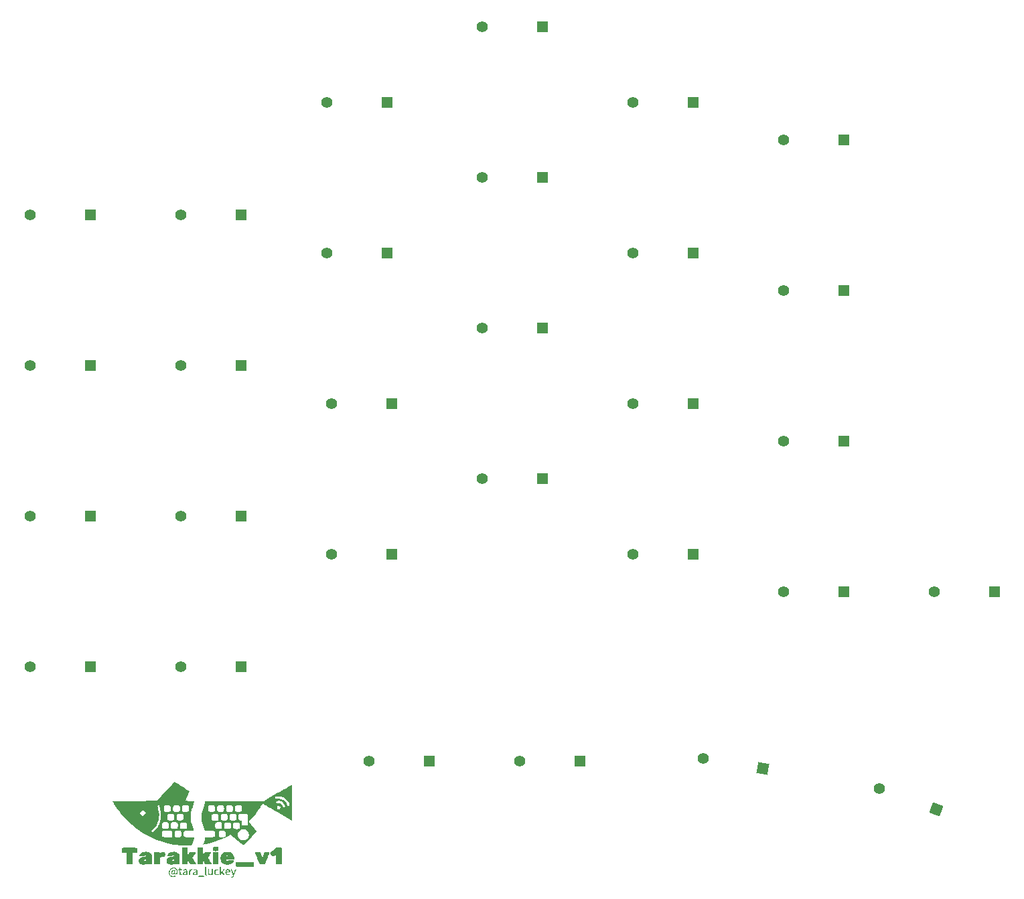
<source format=gbr>
G04 #@! TF.GenerationSoftware,KiCad,Pcbnew,9.0.6*
G04 #@! TF.CreationDate,2025-12-07T22:23:37+09:00*
G04 #@! TF.ProjectId,tarakkie_v1_left,74617261-6b6b-4696-955f-76315f6c6566,rev?*
G04 #@! TF.SameCoordinates,Original*
G04 #@! TF.FileFunction,Legend,Top*
G04 #@! TF.FilePolarity,Positive*
%FSLAX46Y46*%
G04 Gerber Fmt 4.6, Leading zero omitted, Abs format (unit mm)*
G04 Created by KiCad (PCBNEW 9.0.6) date 2025-12-07 22:23:37*
%MOMM*%
%LPD*%
G01*
G04 APERTURE LIST*
G04 Aperture macros list*
%AMRotRect*
0 Rectangle, with rotation*
0 The origin of the aperture is its center*
0 $1 length*
0 $2 width*
0 $3 Rotation angle, in degrees counterclockwise*
0 Add horizontal line*
21,1,$1,$2,0,0,$3*%
G04 Aperture macros list end*
%ADD10C,0.000000*%
%ADD11R,1.397000X1.397000*%
%ADD12C,1.397000*%
%ADD13RotRect,1.397000X1.397000X170.000000*%
%ADD14RotRect,1.397000X1.397000X160.000000*%
G04 APERTURE END LIST*
D10*
G36*
X66101548Y-151935804D02*
G01*
X66102114Y-152108347D01*
X66104149Y-152236259D01*
X66108159Y-152326109D01*
X66114650Y-152384466D01*
X66124128Y-152417900D01*
X66137101Y-152432980D01*
X66139956Y-152434294D01*
X66171584Y-152469027D01*
X66178363Y-152501046D01*
X66166020Y-152539641D01*
X66120338Y-152552702D01*
X66104683Y-152553059D01*
X66038350Y-152539044D01*
X65995863Y-152510789D01*
X65982699Y-152481570D01*
X65972390Y-152425654D01*
X65964501Y-152337475D01*
X65958597Y-152211469D01*
X65954243Y-152042070D01*
X65952828Y-151960285D01*
X65944934Y-151452051D01*
X66023241Y-151452051D01*
X66101548Y-151452051D01*
X66101548Y-151935804D01*
G37*
G36*
X67295988Y-149613312D02*
G01*
X67330849Y-149614067D01*
X67650641Y-149621305D01*
X67650641Y-150389450D01*
X67650641Y-151157596D01*
X67330022Y-151164718D01*
X67177039Y-151166150D01*
X67070198Y-151162328D01*
X67004670Y-151152920D01*
X66977955Y-151140393D01*
X66967891Y-151105206D01*
X66959603Y-151026968D01*
X66953086Y-150913809D01*
X66948336Y-150773856D01*
X66945347Y-150615240D01*
X66944116Y-150446087D01*
X66944638Y-150274527D01*
X66946909Y-150108688D01*
X66950924Y-149956699D01*
X66956678Y-149826689D01*
X66964167Y-149726785D01*
X66973386Y-149665117D01*
X66978783Y-149650967D01*
X66998339Y-149632446D01*
X67030783Y-149620370D01*
X67085171Y-149613788D01*
X67170555Y-149611752D01*
X67295988Y-149613312D01*
G37*
G36*
X65618985Y-152630230D02*
G01*
X65720266Y-152632012D01*
X65785810Y-152636284D01*
X65823351Y-152644115D01*
X65840624Y-152656572D01*
X65845365Y-152674720D01*
X65845500Y-152681083D01*
X65842914Y-152701050D01*
X65830001Y-152715019D01*
X65799024Y-152724060D01*
X65742248Y-152729238D01*
X65651939Y-152731621D01*
X65520362Y-152732274D01*
X65474230Y-152732293D01*
X65329475Y-152731936D01*
X65228193Y-152730155D01*
X65162650Y-152725883D01*
X65125109Y-152718051D01*
X65107836Y-152705595D01*
X65103095Y-152687446D01*
X65102960Y-152681083D01*
X65105545Y-152661117D01*
X65118459Y-152647147D01*
X65149436Y-152638107D01*
X65206211Y-152632929D01*
X65296520Y-152630546D01*
X65428098Y-152629892D01*
X65474230Y-152629874D01*
X65618985Y-152630230D01*
G37*
G36*
X72113194Y-151155522D02*
G01*
X72114863Y-151290809D01*
X72111141Y-151381761D01*
X72101461Y-151435026D01*
X72087590Y-151455987D01*
X72055675Y-151460453D01*
X71978049Y-151464610D01*
X71860212Y-151468354D01*
X71707660Y-151471580D01*
X71525893Y-151474181D01*
X71320408Y-151476052D01*
X71096705Y-151477090D01*
X70976004Y-151477264D01*
X70705473Y-151477113D01*
X70481845Y-151476355D01*
X70300816Y-151474852D01*
X70158082Y-151472466D01*
X70049338Y-151469062D01*
X69970281Y-151464500D01*
X69916605Y-151458644D01*
X69884008Y-151451357D01*
X69868184Y-151442501D01*
X69867670Y-151441912D01*
X69852517Y-151394224D01*
X69844889Y-151298103D01*
X69844950Y-151155794D01*
X69845331Y-151141055D01*
X69852657Y-150875942D01*
X70979270Y-150875942D01*
X72105883Y-150875942D01*
X72113194Y-151155522D01*
G37*
G36*
X67469034Y-148945808D02*
G01*
X67572797Y-148954799D01*
X67627529Y-148969602D01*
X67632718Y-148973503D01*
X67649229Y-149017076D01*
X67659743Y-149104775D01*
X67663443Y-149229778D01*
X67663443Y-149230185D01*
X67662714Y-149338479D01*
X67658590Y-149406660D01*
X67648167Y-149445824D01*
X67628541Y-149467064D01*
X67597765Y-149481112D01*
X67537901Y-149493510D01*
X67445572Y-149501295D01*
X67335476Y-149504537D01*
X67222310Y-149503303D01*
X67120773Y-149497661D01*
X67045560Y-149487678D01*
X67016921Y-149478428D01*
X66994696Y-149457212D01*
X66981097Y-149418105D01*
X66974213Y-149350431D01*
X66972131Y-149243516D01*
X66972113Y-149228279D01*
X66975818Y-149104078D01*
X66986368Y-149016782D01*
X67002839Y-148973503D01*
X67046896Y-148957478D01*
X67140313Y-148947233D01*
X67281553Y-148942916D01*
X67317778Y-148942777D01*
X67469034Y-148945808D01*
G37*
G36*
X64051923Y-151801434D02*
G01*
X64069365Y-151822953D01*
X64085548Y-151847256D01*
X64114677Y-151838636D01*
X64138271Y-151822953D01*
X64190809Y-151799836D01*
X64256525Y-151787233D01*
X64317426Y-151786321D01*
X64355514Y-151798276D01*
X64360419Y-151808425D01*
X64340901Y-151877056D01*
X64285010Y-151910369D01*
X64257004Y-151912938D01*
X64183051Y-151929488D01*
X64130206Y-151981679D01*
X64096690Y-152073319D01*
X64080724Y-152208217D01*
X64078766Y-152294562D01*
X64078270Y-152404346D01*
X64074984Y-152472722D01*
X64066216Y-152509495D01*
X64049270Y-152524465D01*
X64021452Y-152527437D01*
X64014754Y-152527454D01*
X63950742Y-152527454D01*
X63950742Y-152156184D01*
X63951082Y-152011471D01*
X63952826Y-151910225D01*
X63957058Y-151844704D01*
X63964862Y-151807166D01*
X63977324Y-151789870D01*
X63995528Y-151785073D01*
X64002755Y-151784914D01*
X64051923Y-151801434D01*
G37*
G36*
X66485621Y-152074249D02*
G01*
X66488604Y-152227692D01*
X66497479Y-152332858D01*
X66512132Y-152388574D01*
X66516347Y-152394309D01*
X66578082Y-152422782D01*
X66656416Y-152411472D01*
X66725414Y-152371967D01*
X66755626Y-152345724D01*
X66775139Y-152316784D01*
X66786287Y-152274072D01*
X66791403Y-152206515D01*
X66792823Y-152103039D01*
X66792879Y-152051906D01*
X66792879Y-151784914D01*
X66856891Y-151784914D01*
X66920903Y-151784914D01*
X66920903Y-152156184D01*
X66920903Y-152527454D01*
X66856891Y-152527454D01*
X66804782Y-152513620D01*
X66792879Y-152487189D01*
X66786313Y-152464987D01*
X66759732Y-152474618D01*
X66725414Y-152499991D01*
X66645106Y-152537643D01*
X66544596Y-152552042D01*
X66450885Y-152539786D01*
X66440274Y-152535922D01*
X66395144Y-152500138D01*
X66363037Y-152431345D01*
X66342772Y-152324578D01*
X66333166Y-152174869D01*
X66331992Y-152080641D01*
X66331992Y-151784914D01*
X66408806Y-151784914D01*
X66485621Y-151784914D01*
X66485621Y-152074249D01*
G37*
G36*
X67577430Y-151800804D02*
G01*
X67633766Y-151825911D01*
X67673020Y-151858606D01*
X67672475Y-151885883D01*
X67650755Y-151912812D01*
X67616735Y-151942079D01*
X67580208Y-151941645D01*
X67534398Y-151921393D01*
X67449234Y-151901537D01*
X67373341Y-151923978D01*
X67311985Y-151979960D01*
X67270430Y-152060726D01*
X67253938Y-152157520D01*
X67267775Y-152261587D01*
X67292639Y-152323516D01*
X67353771Y-152392847D01*
X67440602Y-152419839D01*
X67547891Y-152402956D01*
X67555247Y-152400376D01*
X67617999Y-152381987D01*
X67651790Y-152386991D01*
X67666211Y-152403031D01*
X67685850Y-152446513D01*
X67671469Y-152478201D01*
X67616171Y-152512612D01*
X67613505Y-152513994D01*
X67494461Y-152548377D01*
X67363530Y-152540323D01*
X67287237Y-152515502D01*
X67209502Y-152456806D01*
X67147122Y-152362962D01*
X67108515Y-152249559D01*
X67100137Y-152168987D01*
X67117620Y-152053947D01*
X67164137Y-151944641D01*
X67230790Y-151858302D01*
X67278351Y-151823849D01*
X67371245Y-151794266D01*
X67478263Y-151786627D01*
X67577430Y-151800804D01*
G37*
G36*
X67976380Y-151801145D02*
G01*
X67983504Y-152150238D01*
X68124331Y-151968581D01*
X68194845Y-151880367D01*
X68245850Y-151826034D01*
X68287301Y-151797577D01*
X68329153Y-151786993D01*
X68351508Y-151785919D01*
X68393639Y-151785658D01*
X68415693Y-151790990D01*
X68415068Y-151809290D01*
X68389161Y-151847937D01*
X68335371Y-151914307D01*
X68284764Y-151975158D01*
X68236874Y-152036946D01*
X68206619Y-152083978D01*
X68201145Y-152098699D01*
X68214179Y-152129701D01*
X68248746Y-152191390D01*
X68298044Y-152271794D01*
X68311299Y-152292527D01*
X68365935Y-152377534D01*
X68410983Y-152448048D01*
X68438192Y-152491146D01*
X68440835Y-152495448D01*
X68439562Y-152518191D01*
X68395075Y-152527063D01*
X68375489Y-152527428D01*
X68322240Y-152521678D01*
X68282624Y-152496917D01*
X68242256Y-152441824D01*
X68220980Y-152405805D01*
X68166198Y-152310667D01*
X68129903Y-152253668D01*
X68104229Y-152229041D01*
X68081312Y-152231013D01*
X68053288Y-152253817D01*
X68036062Y-152270139D01*
X67985454Y-152339591D01*
X67970702Y-152429031D01*
X67970702Y-152429498D01*
X67966823Y-152493641D01*
X67948810Y-152521415D01*
X67907100Y-152527454D01*
X67906689Y-152527454D01*
X67842677Y-152527454D01*
X67842677Y-151989753D01*
X67842677Y-151452051D01*
X67905967Y-151452051D01*
X67969256Y-151452051D01*
X67976380Y-151801145D01*
G37*
G36*
X69870947Y-151788091D02*
G01*
X69891064Y-151795219D01*
X69883046Y-151821511D01*
X69860758Y-151888356D01*
X69826848Y-151987970D01*
X69783966Y-152112571D01*
X69736386Y-152249705D01*
X69669327Y-152436434D01*
X69613653Y-152578053D01*
X69567465Y-152678911D01*
X69528865Y-152743355D01*
X69512343Y-152762761D01*
X69432782Y-152821210D01*
X69349362Y-152849755D01*
X69282950Y-152843892D01*
X69256081Y-152810113D01*
X69250943Y-152781369D01*
X69267644Y-152742147D01*
X69313097Y-152732293D01*
X69376263Y-152710152D01*
X69434968Y-152655259D01*
X69473895Y-152584905D01*
X69481387Y-152542281D01*
X69472121Y-152499484D01*
X69446669Y-152419562D01*
X69408546Y-152312661D01*
X69361269Y-152188924D01*
X69342785Y-152142458D01*
X69204183Y-151797716D01*
X69269593Y-151789265D01*
X69304775Y-151787136D01*
X69332331Y-151796335D01*
X69357234Y-151824482D01*
X69384454Y-151879197D01*
X69418963Y-151968100D01*
X69458848Y-152079370D01*
X69495968Y-152181224D01*
X69528317Y-152264677D01*
X69551233Y-152317951D01*
X69558120Y-152330113D01*
X69571884Y-152315397D01*
X69596195Y-152260247D01*
X69627581Y-152173484D01*
X69661439Y-152067664D01*
X69698791Y-151946374D01*
X69726391Y-151865881D01*
X69748892Y-151817839D01*
X69770948Y-151793904D01*
X69797210Y-151785729D01*
X69819093Y-151784914D01*
X69870947Y-151788091D01*
G37*
G36*
X62826964Y-151585666D02*
G01*
X62845294Y-151612034D01*
X62849711Y-151673575D01*
X62849734Y-151682495D01*
X62849734Y-151784914D01*
X62952153Y-151784914D01*
X63018140Y-151788408D01*
X63047469Y-151804888D01*
X63054536Y-151843352D01*
X63054573Y-151848926D01*
X63048982Y-151890168D01*
X63022614Y-151908499D01*
X62961072Y-151912915D01*
X62952153Y-151912938D01*
X62849734Y-151912938D01*
X62849734Y-152128485D01*
X62851284Y-152255830D01*
X62858145Y-152340558D01*
X62873634Y-152391224D01*
X62901066Y-152416381D01*
X62943760Y-152424584D01*
X62964709Y-152425035D01*
X63030223Y-152435046D01*
X63059985Y-152469244D01*
X63061559Y-152474591D01*
X63056258Y-152522839D01*
X63036846Y-152538603D01*
X62965511Y-152551274D01*
X62879076Y-152548673D01*
X62806267Y-152532291D01*
X62793131Y-152525968D01*
X62748677Y-152472144D01*
X62717279Y-152372190D01*
X62699779Y-152229707D01*
X62696248Y-152111376D01*
X62695105Y-152011370D01*
X62689980Y-151952061D01*
X62678063Y-151922952D01*
X62656542Y-151913543D01*
X62643114Y-151912938D01*
X62603895Y-151896429D01*
X62594889Y-151858770D01*
X62613068Y-151817769D01*
X62655405Y-151791232D01*
X62664099Y-151789534D01*
X62702119Y-151775884D01*
X62718602Y-151739393D01*
X62721710Y-151680714D01*
X62725350Y-151615459D01*
X62742417Y-151586748D01*
X62782127Y-151580090D01*
X62785722Y-151580075D01*
X62826964Y-151585666D01*
G37*
G36*
X68981263Y-151807237D02*
G01*
X69068206Y-151871252D01*
X69124107Y-151972529D01*
X69142269Y-152061687D01*
X69155039Y-152194591D01*
X68908536Y-152194591D01*
X68785194Y-152197289D01*
X68702097Y-152205036D01*
X68663992Y-152217315D01*
X68662032Y-152221468D01*
X68677104Y-152276410D01*
X68712967Y-152341267D01*
X68755596Y-152393418D01*
X68778401Y-152409130D01*
X68858341Y-152423795D01*
X68950112Y-152419687D01*
X69021108Y-152399105D01*
X69064618Y-152388557D01*
X69095548Y-152421756D01*
X69096669Y-152423830D01*
X69100741Y-152471406D01*
X69064980Y-152509541D01*
X69000239Y-152536094D01*
X68917373Y-152548925D01*
X68827234Y-152545892D01*
X68740677Y-152524855D01*
X68695429Y-152502976D01*
X68599184Y-152424414D01*
X68543353Y-152326014D01*
X68522513Y-152197379D01*
X68522059Y-152170651D01*
X68533343Y-152080574D01*
X68662032Y-152080574D01*
X68685475Y-152086291D01*
X68747168Y-152090434D01*
X68834156Y-152092163D01*
X68841266Y-152092172D01*
X68940446Y-152088479D01*
X69002511Y-152078158D01*
X69020500Y-152064884D01*
X68998020Y-151986129D01*
X68940704Y-151928420D01*
X68863741Y-151901840D01*
X68791055Y-151912525D01*
X68733425Y-151953631D01*
X68684834Y-152015438D01*
X68662215Y-152075888D01*
X68662032Y-152080574D01*
X68533343Y-152080574D01*
X68540744Y-152021495D01*
X68595373Y-151906605D01*
X68683805Y-151828370D01*
X68803902Y-151789177D01*
X68867672Y-151784914D01*
X68981263Y-151807237D01*
G37*
G36*
X57039875Y-149071453D02*
G01*
X57163906Y-149076312D01*
X57255744Y-149086210D01*
X57320139Y-149102781D01*
X57361840Y-149127654D01*
X57385594Y-149162463D01*
X57396152Y-149208839D01*
X57398262Y-149268414D01*
X57396673Y-149342819D01*
X57395903Y-149403664D01*
X57394781Y-149539331D01*
X57386149Y-149631989D01*
X57362113Y-149689837D01*
X57314777Y-149721074D01*
X57236244Y-149733898D01*
X57118618Y-149736509D01*
X57075347Y-149736527D01*
X56807802Y-149736527D01*
X56800996Y-150447061D01*
X56794189Y-151157596D01*
X56434261Y-151164670D01*
X56303311Y-151166020D01*
X56191058Y-151164870D01*
X56107247Y-151161492D01*
X56061626Y-151156163D01*
X56056589Y-151154001D01*
X56051929Y-151124694D01*
X56047727Y-151050957D01*
X56044150Y-150939573D01*
X56041367Y-150797319D01*
X56039544Y-150630978D01*
X56038849Y-150447328D01*
X56038847Y-150436393D01*
X56038847Y-149736527D01*
X55775117Y-149736527D01*
X55632780Y-149733293D01*
X55534631Y-149723809D01*
X55483812Y-149708403D01*
X55480661Y-149705801D01*
X55464522Y-149661793D01*
X55454225Y-149569393D01*
X55450025Y-149431112D01*
X55449935Y-149403664D01*
X55453090Y-149257950D01*
X55462385Y-149157696D01*
X55477564Y-149105414D01*
X55480661Y-149101527D01*
X55504022Y-149092795D01*
X55557251Y-149085700D01*
X55643837Y-149080127D01*
X55767263Y-149075965D01*
X55931017Y-149073100D01*
X56138585Y-149071419D01*
X56393452Y-149070808D01*
X56427139Y-149070801D01*
X56676241Y-149070330D01*
X56878903Y-149070003D01*
X57039875Y-149071453D01*
G37*
G36*
X75431339Y-149071436D02*
G01*
X75525590Y-149074161D01*
X75586359Y-149080208D01*
X75622505Y-149090807D01*
X75642890Y-149107188D01*
X75651252Y-149120328D01*
X75658824Y-149160790D01*
X75665208Y-149250298D01*
X75670347Y-149386697D01*
X75674183Y-149567836D01*
X75676660Y-149791562D01*
X75677720Y-150055722D01*
X75677758Y-150120600D01*
X75677024Y-150393573D01*
X75674862Y-150626597D01*
X75671327Y-150817518D01*
X75666476Y-150964186D01*
X75660368Y-151064446D01*
X75653059Y-151116146D01*
X75651252Y-151120872D01*
X75636423Y-151140959D01*
X75611439Y-151154768D01*
X75567642Y-151163456D01*
X75496375Y-151168182D01*
X75388983Y-151170102D01*
X75280883Y-151170398D01*
X75141104Y-151169810D01*
X75043871Y-151167276D01*
X74980529Y-151161638D01*
X74942420Y-151151738D01*
X74920888Y-151136418D01*
X74910514Y-151120872D01*
X74901697Y-151078416D01*
X74894410Y-150990181D01*
X74888881Y-150861579D01*
X74885339Y-150698025D01*
X74884012Y-150504930D01*
X74884008Y-150492841D01*
X74884008Y-149914338D01*
X74716046Y-150043073D01*
X74628351Y-150109441D01*
X74571113Y-150148838D01*
X74534497Y-150165905D01*
X74508670Y-150165280D01*
X74484705Y-150152213D01*
X74451189Y-150119626D01*
X74399798Y-150058643D01*
X74338886Y-149980558D01*
X74276805Y-149896666D01*
X74221908Y-149818262D01*
X74182549Y-149756639D01*
X74167081Y-149723092D01*
X74167073Y-149722743D01*
X74187561Y-149693463D01*
X74247498Y-149636411D01*
X74344593Y-149553486D01*
X74476555Y-149446583D01*
X74641095Y-149317600D01*
X74835920Y-149168435D01*
X74841161Y-149164462D01*
X74964745Y-149070801D01*
X75294746Y-149070801D01*
X75431339Y-149071436D01*
G37*
G36*
X63541249Y-151787681D02*
G01*
X63603929Y-151800819D01*
X63652426Y-151835394D01*
X63686730Y-151899893D01*
X63708346Y-152000051D01*
X63718779Y-152141604D01*
X63720298Y-152244530D01*
X63719672Y-152368233D01*
X63716760Y-152449541D01*
X63710016Y-152497259D01*
X63697893Y-152520196D01*
X63678843Y-152527160D01*
X63670600Y-152527454D01*
X63621614Y-152515742D01*
X63605135Y-152501943D01*
X63571845Y-152493583D01*
X63515278Y-152514746D01*
X63410765Y-152548316D01*
X63307906Y-152546483D01*
X63223787Y-152510016D01*
X63213340Y-152501141D01*
X63152436Y-152417616D01*
X63137891Y-152331741D01*
X63285016Y-152331741D01*
X63291699Y-152385284D01*
X63302086Y-152407965D01*
X63347174Y-152423785D01*
X63417472Y-152422567D01*
X63490720Y-152406486D01*
X63535367Y-152385176D01*
X63579757Y-152331826D01*
X63592274Y-152253801D01*
X63589534Y-152193865D01*
X63571154Y-152171403D01*
X63521896Y-152173783D01*
X63499949Y-152177269D01*
X63393536Y-152207930D01*
X63319409Y-152256992D01*
X63286050Y-152318359D01*
X63285016Y-152331741D01*
X63137891Y-152331741D01*
X63137669Y-152330432D01*
X63165013Y-152246223D01*
X63230442Y-152171624D01*
X63329927Y-152113269D01*
X63459443Y-152077794D01*
X63471302Y-152076100D01*
X63544238Y-152063863D01*
X63577236Y-152047987D01*
X63581431Y-152021080D01*
X63577537Y-152005571D01*
X63534299Y-151934658D01*
X63463047Y-151901141D01*
X63372450Y-151906683D01*
X63278674Y-151948200D01*
X63235797Y-151962867D01*
X63207812Y-151938543D01*
X63186256Y-151893087D01*
X63198781Y-151861004D01*
X63252038Y-151827156D01*
X63258140Y-151823979D01*
X63338027Y-151798688D01*
X63440808Y-151786025D01*
X63541249Y-151787681D01*
G37*
G36*
X64853121Y-151792213D02*
G01*
X64886803Y-151804510D01*
X64934694Y-151847477D01*
X64967546Y-151904555D01*
X64987823Y-151985155D01*
X64997992Y-152098694D01*
X65000540Y-152238696D01*
X65000217Y-152363491D01*
X64997989Y-152445880D01*
X64991969Y-152494668D01*
X64980271Y-152518659D01*
X64961009Y-152526656D01*
X64938662Y-152527454D01*
X64887282Y-152516367D01*
X64866645Y-152497038D01*
X64845023Y-152483756D01*
X64797010Y-152508303D01*
X64794802Y-152509840D01*
X64701853Y-152548138D01*
X64599173Y-152549697D01*
X64506566Y-152515732D01*
X64474477Y-152490211D01*
X64420549Y-152405696D01*
X64416335Y-152331741D01*
X64565258Y-152331741D01*
X64571941Y-152385284D01*
X64582328Y-152407965D01*
X64625731Y-152422830D01*
X64693748Y-152422250D01*
X64762843Y-152408215D01*
X64802103Y-152389392D01*
X64837523Y-152332142D01*
X64846911Y-152258981D01*
X64844388Y-152196555D01*
X64828232Y-152172747D01*
X64785566Y-152174971D01*
X64765034Y-152178961D01*
X64661684Y-152213264D01*
X64592379Y-152264923D01*
X64565355Y-152327641D01*
X64565258Y-152331741D01*
X64416335Y-152331741D01*
X64415338Y-152314244D01*
X64458583Y-152223873D01*
X64484060Y-152195036D01*
X64571289Y-152133187D01*
X64683249Y-152086936D01*
X64793704Y-152066869D01*
X64802103Y-152066710D01*
X64840217Y-152045851D01*
X64846519Y-152021759D01*
X64826686Y-151948459D01*
X64771401Y-151909456D01*
X64684629Y-151906354D01*
X64609136Y-151925751D01*
X64540442Y-151947165D01*
X64501931Y-151948627D01*
X64476319Y-151929405D01*
X64468789Y-151919794D01*
X64453448Y-151887723D01*
X64471067Y-151861112D01*
X64519999Y-151831686D01*
X64590714Y-151806962D01*
X64682451Y-151791205D01*
X64776243Y-151785820D01*
X64853121Y-151792213D01*
G37*
G36*
X60829791Y-149617285D02*
G01*
X60865099Y-149633892D01*
X60882998Y-149673953D01*
X60895898Y-149751151D01*
X60903609Y-149851639D01*
X60905945Y-149961571D01*
X60902716Y-150067099D01*
X60893735Y-150154378D01*
X60878813Y-150209561D01*
X60873040Y-150217898D01*
X60829373Y-150234361D01*
X60740883Y-150244840D01*
X60613683Y-150248621D01*
X60609887Y-150248624D01*
X60485766Y-150249475D01*
X60395536Y-150256722D01*
X60333795Y-150277406D01*
X60295139Y-150318568D01*
X60274165Y-150387249D01*
X60265472Y-150490489D01*
X60263656Y-150635329D01*
X60263645Y-150699844D01*
X60261861Y-150838856D01*
X60256943Y-150960835D01*
X60249539Y-151055464D01*
X60240298Y-151112429D01*
X60237139Y-151120872D01*
X60222266Y-151141005D01*
X60197201Y-151154830D01*
X60153261Y-151163512D01*
X60081764Y-151168218D01*
X59974026Y-151170116D01*
X59868609Y-151170398D01*
X59727054Y-151169545D01*
X59628698Y-151166382D01*
X59565548Y-151160004D01*
X59529612Y-151149507D01*
X59512897Y-151133983D01*
X59511042Y-151129897D01*
X59506973Y-151094467D01*
X59503302Y-151014844D01*
X59500175Y-150898043D01*
X59497735Y-150751080D01*
X59496130Y-150580970D01*
X59495503Y-150394729D01*
X59495500Y-150379675D01*
X59496195Y-150150058D01*
X59498381Y-149967938D01*
X59502213Y-149829618D01*
X59507843Y-149731403D01*
X59515424Y-149669597D01*
X59525111Y-149640505D01*
X59526226Y-149639229D01*
X59570309Y-149623320D01*
X59664637Y-149613124D01*
X59808556Y-149608700D01*
X59853968Y-149608503D01*
X59997792Y-149610429D01*
X60097960Y-149617714D01*
X60161930Y-149632619D01*
X60197159Y-149657402D01*
X60211109Y-149694326D01*
X60212435Y-149717122D01*
X60216750Y-149741829D01*
X60236683Y-149744273D01*
X60282723Y-149722505D01*
X60330364Y-149695180D01*
X60418407Y-149656783D01*
X60527035Y-149628114D01*
X60641584Y-149610855D01*
X60747390Y-149606685D01*
X60829791Y-149617285D01*
G37*
G36*
X73764138Y-149613529D02*
G01*
X73792854Y-149614146D01*
X73925570Y-149618124D01*
X74015376Y-149623661D01*
X74070573Y-149632055D01*
X74099459Y-149644601D01*
X74110335Y-149662595D01*
X74110572Y-149663749D01*
X74102903Y-149695218D01*
X74078352Y-149766693D01*
X74039813Y-149870940D01*
X73990178Y-150000728D01*
X73932341Y-150148823D01*
X73869194Y-150307993D01*
X73803631Y-150471006D01*
X73738544Y-150630629D01*
X73676826Y-150779629D01*
X73621370Y-150910773D01*
X73575070Y-151016831D01*
X73540819Y-151090568D01*
X73536087Y-151099985D01*
X73500032Y-151170398D01*
X73196566Y-151170398D01*
X73047538Y-151168197D01*
X72945471Y-151161331D01*
X72886294Y-151149401D01*
X72868624Y-151138392D01*
X72847808Y-151100193D01*
X72812225Y-151023010D01*
X72764783Y-150914066D01*
X72708384Y-150780584D01*
X72645935Y-150629786D01*
X72580340Y-150468893D01*
X72514504Y-150305130D01*
X72451332Y-150145717D01*
X72393729Y-149997877D01*
X72344600Y-149868833D01*
X72306849Y-149765807D01*
X72283382Y-149696021D01*
X72276925Y-149667271D01*
X72285982Y-149647446D01*
X72309934Y-149633761D01*
X72357403Y-149624746D01*
X72437007Y-149618933D01*
X72557368Y-149614852D01*
X72589053Y-149614067D01*
X72743263Y-149613092D01*
X72853259Y-149618414D01*
X72916227Y-149629857D01*
X72926991Y-149635563D01*
X72947478Y-149669550D01*
X72979265Y-149742448D01*
X73018368Y-149844295D01*
X73060799Y-149965127D01*
X73070578Y-149994459D01*
X73111332Y-150113081D01*
X73147722Y-150210006D01*
X73176414Y-150277002D01*
X73194072Y-150305838D01*
X73196712Y-150305826D01*
X73211241Y-150275674D01*
X73238503Y-150206936D01*
X73274728Y-150109507D01*
X73316150Y-149993278D01*
X73320483Y-149980858D01*
X73363301Y-149861445D01*
X73402657Y-149758135D01*
X73434373Y-149681475D01*
X73454270Y-149642012D01*
X73455178Y-149640836D01*
X73482336Y-149625714D01*
X73538193Y-149616492D01*
X73629782Y-149612616D01*
X73764138Y-149613529D01*
G37*
G36*
X63534036Y-149046165D02*
G01*
X63626780Y-149049746D01*
X63684924Y-149056950D01*
X63716759Y-149068789D01*
X63730361Y-149085698D01*
X63735362Y-149123457D01*
X63739694Y-149203396D01*
X63743079Y-149316484D01*
X63745238Y-149453692D01*
X63745903Y-149589104D01*
X63745903Y-150052009D01*
X63880728Y-149836657D01*
X64015553Y-149621305D01*
X64386073Y-149621305D01*
X64531764Y-149621850D01*
X64634068Y-149624106D01*
X64700798Y-149629002D01*
X64739771Y-149637469D01*
X64758802Y-149650436D01*
X64765285Y-149666438D01*
X64754312Y-149703417D01*
X64717801Y-149773208D01*
X64660628Y-149867426D01*
X64587674Y-149977688D01*
X64565818Y-150009244D01*
X64491841Y-150117993D01*
X64431038Y-150213073D01*
X64388427Y-150286187D01*
X64369023Y-150329033D01*
X64368658Y-150335382D01*
X64385763Y-150365441D01*
X64426102Y-150430526D01*
X64484761Y-150522881D01*
X64556829Y-150634750D01*
X64613796Y-150722313D01*
X64691351Y-150843888D01*
X64757171Y-150952514D01*
X64806717Y-151040246D01*
X64835445Y-151099143D01*
X64840699Y-151119188D01*
X64829886Y-151134411D01*
X64799322Y-151145608D01*
X64741925Y-151153593D01*
X64650615Y-151159179D01*
X64518311Y-151163180D01*
X64444881Y-151164655D01*
X64056300Y-151171715D01*
X63907503Y-150922049D01*
X63758706Y-150672384D01*
X63745903Y-150914990D01*
X63733101Y-151157596D01*
X63412481Y-151164718D01*
X63259498Y-151166150D01*
X63152658Y-151162328D01*
X63087130Y-151152920D01*
X63060415Y-151140393D01*
X63052652Y-151107672D01*
X63045889Y-151030571D01*
X63040143Y-150915912D01*
X63035431Y-150770515D01*
X63031769Y-150601200D01*
X63029173Y-150414790D01*
X63027660Y-150218103D01*
X63027246Y-150017963D01*
X63027949Y-149821188D01*
X63029784Y-149634600D01*
X63032767Y-149465019D01*
X63036916Y-149319268D01*
X63042247Y-149204165D01*
X63048775Y-149126532D01*
X63055473Y-149094723D01*
X63071012Y-149073898D01*
X63097291Y-149059855D01*
X63143381Y-149051284D01*
X63218358Y-149046875D01*
X63331294Y-149045317D01*
X63398399Y-149045196D01*
X63534036Y-149046165D01*
G37*
G36*
X65594470Y-149054068D02*
G01*
X65660871Y-149063661D01*
X65676966Y-149071181D01*
X65687871Y-149106905D01*
X65698061Y-149188117D01*
X65707062Y-149309094D01*
X65714398Y-149464116D01*
X65717476Y-149559124D01*
X65730278Y-150019437D01*
X65853720Y-149813278D01*
X65977162Y-149607119D01*
X66340212Y-149614212D01*
X66483084Y-149617338D01*
X66582771Y-149621096D01*
X66647290Y-149626851D01*
X66684662Y-149635970D01*
X66702904Y-149649817D01*
X66710036Y-149669760D01*
X66711247Y-149677409D01*
X66698833Y-149727676D01*
X66653125Y-149815096D01*
X66574786Y-149938487D01*
X66519210Y-150019571D01*
X66446546Y-150125679D01*
X66386624Y-150217374D01*
X66344671Y-150286333D01*
X66325911Y-150324235D01*
X66325500Y-150328063D01*
X66340941Y-150356061D01*
X66379663Y-150419282D01*
X66436882Y-150510113D01*
X66507817Y-150620940D01*
X66564389Y-150708368D01*
X66642513Y-150832003D01*
X66708106Y-150942428D01*
X66756756Y-151031692D01*
X66784056Y-151091844D01*
X66788203Y-151111917D01*
X66780070Y-151130035D01*
X66758534Y-151142999D01*
X66715758Y-151151906D01*
X66643911Y-151157859D01*
X66535157Y-151161954D01*
X66411979Y-151164717D01*
X66237519Y-151165896D01*
X66111122Y-151161791D01*
X66033872Y-151152460D01*
X66010182Y-151143341D01*
X65982652Y-151109595D01*
X65937486Y-151042895D01*
X65882339Y-150954817D01*
X65853061Y-150905776D01*
X65730278Y-150696708D01*
X65717476Y-150901547D01*
X65708972Y-151001973D01*
X65697933Y-151084144D01*
X65686446Y-151133304D01*
X65683959Y-151138392D01*
X65650478Y-151152619D01*
X65578908Y-151163023D01*
X65481218Y-151169604D01*
X65369380Y-151172363D01*
X65255364Y-151171301D01*
X65151142Y-151166418D01*
X65068682Y-151157717D01*
X65019958Y-151145196D01*
X65012240Y-151138349D01*
X65009711Y-151106466D01*
X65007687Y-151029023D01*
X65006199Y-150911669D01*
X65005275Y-150760053D01*
X65004945Y-150579823D01*
X65005241Y-150376627D01*
X65006191Y-150156113D01*
X65006642Y-150082150D01*
X65013343Y-149057999D01*
X65331300Y-149050775D01*
X65483286Y-149049694D01*
X65594470Y-149054068D01*
G37*
G36*
X68921082Y-149596678D02*
G01*
X69014174Y-149601042D01*
X69082592Y-149610939D01*
X69139598Y-149628516D01*
X69198452Y-149655919D01*
X69214841Y-149664469D01*
X69376549Y-149777177D01*
X69500430Y-149923333D01*
X69584600Y-150099910D01*
X69627178Y-150303881D01*
X69629477Y-150331088D01*
X69635036Y-150414863D01*
X69633880Y-150477511D01*
X69619731Y-150522098D01*
X69586313Y-150551692D01*
X69527345Y-150569360D01*
X69436552Y-150578171D01*
X69307654Y-150581191D01*
X69134374Y-150581489D01*
X69117008Y-150581487D01*
X68656481Y-150581487D01*
X68674089Y-150651643D01*
X68704971Y-150727669D01*
X68749609Y-150754999D01*
X68811888Y-150734899D01*
X68849238Y-150708736D01*
X68881212Y-150687174D01*
X68918786Y-150672906D01*
X68972042Y-150664786D01*
X69051060Y-150661667D01*
X69165921Y-150662402D01*
X69243165Y-150663927D01*
X69571004Y-150671104D01*
X69579169Y-150756214D01*
X69578293Y-150808404D01*
X69559097Y-150855843D01*
X69513785Y-150912577D01*
X69463947Y-150963760D01*
X69325051Y-151075049D01*
X69199734Y-151138087D01*
X69040481Y-151180566D01*
X68857681Y-151203951D01*
X68676125Y-151206055D01*
X68565168Y-151194066D01*
X68388211Y-151143181D01*
X68228011Y-151058569D01*
X68093896Y-150947364D01*
X67995199Y-150816701D01*
X67955506Y-150727910D01*
X67933932Y-150627432D01*
X67922893Y-150498804D01*
X67921900Y-150357322D01*
X67930462Y-150218278D01*
X67943653Y-150127498D01*
X68664996Y-150127498D01*
X68679280Y-150159597D01*
X68736660Y-150171229D01*
X68764452Y-150171809D01*
X68832421Y-150166966D01*
X68862164Y-150148724D01*
X68866871Y-150125721D01*
X68848060Y-150063710D01*
X68802669Y-150027255D01*
X68747262Y-150021744D01*
X68698401Y-150052566D01*
X68688538Y-150067707D01*
X68664996Y-150127498D01*
X67943653Y-150127498D01*
X67948089Y-150096968D01*
X67974291Y-150008686D01*
X67978853Y-149999382D01*
X68069106Y-149873570D01*
X68195402Y-149758417D01*
X68342657Y-149667510D01*
X68352560Y-149662780D01*
X68421095Y-149633029D01*
X68484098Y-149613582D01*
X68555503Y-149602304D01*
X68649247Y-149597057D01*
X68779266Y-149595704D01*
X68790056Y-149595700D01*
X68921082Y-149596678D01*
G37*
G36*
X58531394Y-149588176D02*
G01*
X58719423Y-149604890D01*
X58867775Y-149638104D01*
X58986246Y-149691104D01*
X59084634Y-149767175D01*
X59094601Y-149777041D01*
X59143154Y-149827860D01*
X59180557Y-149874757D01*
X59208263Y-149925147D01*
X59227725Y-149986445D01*
X59240397Y-150066066D01*
X59247732Y-150171423D01*
X59251182Y-150309933D01*
X59252201Y-150489010D01*
X59252254Y-150581487D01*
X59252254Y-151157596D01*
X58920545Y-151157596D01*
X58785029Y-151157278D01*
X58692151Y-151155334D01*
X58633342Y-151150275D01*
X58600029Y-151140613D01*
X58583643Y-151124860D01*
X58575612Y-151101527D01*
X58574660Y-151097540D01*
X58560483Y-151037484D01*
X58511695Y-151091394D01*
X58455283Y-151131350D01*
X58368139Y-151170547D01*
X58270342Y-151201852D01*
X58181971Y-151218133D01*
X58153000Y-151218802D01*
X58094744Y-151212138D01*
X58014360Y-151198956D01*
X57989532Y-151194245D01*
X57835516Y-151142672D01*
X57711037Y-151058251D01*
X57621103Y-150947742D01*
X57570721Y-150817907D01*
X57565371Y-150687041D01*
X58266468Y-150687041D01*
X58278132Y-150720764D01*
X58321598Y-150733993D01*
X58354256Y-150735116D01*
X58426524Y-150723778D01*
X58480753Y-150696348D01*
X58482280Y-150694879D01*
X58514536Y-150653864D01*
X58522516Y-150632962D01*
X58530886Y-150591578D01*
X58537173Y-150573083D01*
X58539117Y-150550937D01*
X58513888Y-150546258D01*
X58451020Y-150557555D01*
X58442163Y-150559527D01*
X58342530Y-150589447D01*
X58286564Y-150627125D01*
X58266778Y-150677995D01*
X58266468Y-150687041D01*
X57565371Y-150687041D01*
X57564899Y-150675505D01*
X57572590Y-150631343D01*
X57627444Y-150501840D01*
X57728903Y-150392448D01*
X57876284Y-150303629D01*
X58068900Y-150235849D01*
X58199155Y-150206715D01*
X58304284Y-150187062D01*
X58396161Y-150169724D01*
X58458175Y-150157841D01*
X58466567Y-150156189D01*
X58511685Y-150133351D01*
X58517777Y-150087950D01*
X58491290Y-150037507D01*
X58440416Y-150023662D01*
X58378921Y-150048856D01*
X58364374Y-150060744D01*
X58314817Y-150083404D01*
X58229511Y-150101305D01*
X58121162Y-150113964D01*
X58002473Y-150120899D01*
X57886150Y-150121629D01*
X57784898Y-150115670D01*
X57711421Y-150102541D01*
X57681277Y-150086676D01*
X57660948Y-150024216D01*
X57683772Y-149943004D01*
X57747683Y-149848318D01*
X57794684Y-149797286D01*
X57923522Y-149697527D01*
X58080435Y-149630093D01*
X58270110Y-149593652D01*
X58497235Y-149586874D01*
X58531394Y-149588176D01*
G37*
G36*
X62039257Y-149588176D02*
G01*
X62227286Y-149604890D01*
X62375638Y-149638104D01*
X62494109Y-149691104D01*
X62592497Y-149767175D01*
X62602464Y-149777041D01*
X62651017Y-149827860D01*
X62688420Y-149874757D01*
X62716126Y-149925147D01*
X62735588Y-149986445D01*
X62748260Y-150066066D01*
X62755595Y-150171423D01*
X62759045Y-150309933D01*
X62760064Y-150489010D01*
X62760117Y-150581487D01*
X62760117Y-151157596D01*
X62428408Y-151157596D01*
X62292892Y-151157278D01*
X62200014Y-151155334D01*
X62141205Y-151150275D01*
X62107892Y-151140613D01*
X62091506Y-151124860D01*
X62083475Y-151101527D01*
X62082523Y-151097540D01*
X62068345Y-151037484D01*
X62019558Y-151091394D01*
X61963146Y-151131350D01*
X61876002Y-151170547D01*
X61778205Y-151201852D01*
X61689834Y-151218133D01*
X61660863Y-151218802D01*
X61602607Y-151212138D01*
X61522223Y-151198956D01*
X61497395Y-151194245D01*
X61343379Y-151142672D01*
X61218900Y-151058251D01*
X61128966Y-150947742D01*
X61078584Y-150817907D01*
X61073234Y-150687041D01*
X61774331Y-150687041D01*
X61785995Y-150720764D01*
X61829461Y-150733993D01*
X61862119Y-150735116D01*
X61934387Y-150723778D01*
X61988616Y-150696348D01*
X61990143Y-150694879D01*
X62022399Y-150653864D01*
X62030379Y-150632962D01*
X62038749Y-150591578D01*
X62045036Y-150573083D01*
X62046980Y-150550937D01*
X62021751Y-150546258D01*
X61958883Y-150557555D01*
X61950026Y-150559527D01*
X61850393Y-150589447D01*
X61794427Y-150627125D01*
X61774641Y-150677995D01*
X61774331Y-150687041D01*
X61073234Y-150687041D01*
X61072762Y-150675505D01*
X61080453Y-150631343D01*
X61135307Y-150501840D01*
X61236766Y-150392448D01*
X61384146Y-150303629D01*
X61576762Y-150235849D01*
X61707018Y-150206715D01*
X61812146Y-150187062D01*
X61904024Y-150169724D01*
X61966038Y-150157841D01*
X61974430Y-150156189D01*
X62019548Y-150133351D01*
X62025640Y-150087950D01*
X61999153Y-150037507D01*
X61948279Y-150023662D01*
X61886784Y-150048856D01*
X61872237Y-150060744D01*
X61822680Y-150083404D01*
X61737374Y-150101305D01*
X61629025Y-150113964D01*
X61510336Y-150120899D01*
X61394013Y-150121629D01*
X61292761Y-150115670D01*
X61219283Y-150102541D01*
X61189140Y-150086676D01*
X61168811Y-150024216D01*
X61191635Y-149943004D01*
X61255546Y-149848318D01*
X61302546Y-149797286D01*
X61431385Y-149697527D01*
X61588298Y-149630093D01*
X61777973Y-149593652D01*
X62005098Y-149586874D01*
X62039257Y-149588176D01*
G37*
G36*
X62113226Y-151569872D02*
G01*
X62188035Y-151580205D01*
X62246356Y-151602079D01*
X62293340Y-151630845D01*
X62404481Y-151735309D01*
X62473317Y-151867886D01*
X62500378Y-152029669D01*
X62500868Y-152057279D01*
X62483241Y-152205649D01*
X62432738Y-152325185D01*
X62352924Y-152409803D01*
X62271976Y-152447828D01*
X62182324Y-152459018D01*
X62105386Y-152444895D01*
X62056845Y-152409111D01*
X62050664Y-152396273D01*
X62031580Y-152380404D01*
X61989452Y-152399809D01*
X61978269Y-152407421D01*
X61887088Y-152446086D01*
X61800742Y-152439590D01*
X61729482Y-152393696D01*
X61683560Y-152314165D01*
X61671911Y-152235218D01*
X61674258Y-152219382D01*
X61799935Y-152219382D01*
X61804449Y-152286223D01*
X61815563Y-152328790D01*
X61818085Y-152332231D01*
X61863737Y-152346044D01*
X61922627Y-152325490D01*
X61977187Y-152277108D01*
X61981433Y-152271406D01*
X62013961Y-152202643D01*
X62033949Y-152117527D01*
X62035211Y-152104975D01*
X62037083Y-152038777D01*
X62023234Y-152007637D01*
X61985233Y-151995926D01*
X61975739Y-151994740D01*
X61905306Y-152009886D01*
X61846756Y-152064667D01*
X61809085Y-152147590D01*
X61799935Y-152219382D01*
X61674258Y-152219382D01*
X61689820Y-152114367D01*
X61738429Y-152009850D01*
X61810061Y-151931881D01*
X61897037Y-151890673D01*
X61933831Y-151886771D01*
X61998730Y-151886974D01*
X62080795Y-151887573D01*
X62091201Y-151887672D01*
X62190431Y-151888651D01*
X62170001Y-152022418D01*
X62157434Y-152119892D01*
X62149127Y-152212721D01*
X62147586Y-152245801D01*
X62151298Y-152307111D01*
X62173908Y-152334491D01*
X62215393Y-152343460D01*
X62283013Y-152327885D01*
X62337594Y-152269757D01*
X62374404Y-152177052D01*
X62388711Y-152057747D01*
X62388751Y-152051150D01*
X62368421Y-151914431D01*
X62312353Y-151805877D01*
X62228262Y-151726555D01*
X62123860Y-151677530D01*
X62006861Y-151659867D01*
X61884980Y-151674633D01*
X61765930Y-151722893D01*
X61657426Y-151805713D01*
X61567179Y-151924160D01*
X61560180Y-151936670D01*
X61506680Y-152076836D01*
X61490315Y-152222751D01*
X61509415Y-152362845D01*
X61562312Y-152485545D01*
X61647336Y-152579281D01*
X61653518Y-152583799D01*
X61746212Y-152626386D01*
X61864423Y-152649522D01*
X61985384Y-152650821D01*
X62083824Y-152628948D01*
X62141596Y-152609741D01*
X62172870Y-152616331D01*
X62185981Y-152632189D01*
X62206100Y-152674824D01*
X62192256Y-152702112D01*
X62136885Y-152727004D01*
X62128977Y-152729788D01*
X62034714Y-152749799D01*
X61918273Y-152756855D01*
X61799894Y-152751421D01*
X61699817Y-152733962D01*
X61659109Y-152719003D01*
X61536353Y-152631253D01*
X61448191Y-152514402D01*
X61394437Y-152376937D01*
X61374905Y-152227342D01*
X61389407Y-152074106D01*
X61437758Y-151925712D01*
X61519771Y-151790647D01*
X61635260Y-151677397D01*
X61682706Y-151645007D01*
X61755615Y-151603860D01*
X61820322Y-151580366D01*
X61896568Y-151569759D01*
X62004092Y-151567273D01*
X62004642Y-151567273D01*
X62113226Y-151569872D01*
G37*
G36*
X62123650Y-140763164D02*
G01*
X62186788Y-140799958D01*
X62282284Y-140857221D01*
X62404648Y-140931544D01*
X62548392Y-141019519D01*
X62708027Y-141117739D01*
X62878063Y-141222796D01*
X63053012Y-141331280D01*
X63227384Y-141439786D01*
X63395691Y-141544904D01*
X63552443Y-141643226D01*
X63692151Y-141731345D01*
X63809327Y-141805853D01*
X63898481Y-141863341D01*
X63954123Y-141900402D01*
X63970303Y-141912473D01*
X63964124Y-141938292D01*
X63940716Y-142004929D01*
X63902557Y-142105935D01*
X63852124Y-142234862D01*
X63791896Y-142385260D01*
X63735846Y-142522740D01*
X63668786Y-142686619D01*
X63608688Y-142834747D01*
X63558163Y-142960583D01*
X63519824Y-143057583D01*
X63496283Y-143119206D01*
X63489855Y-143138779D01*
X63514217Y-143143902D01*
X63582332Y-143148422D01*
X63686747Y-143152102D01*
X63820006Y-143154704D01*
X63974655Y-143155989D01*
X64031259Y-143156083D01*
X64572663Y-143156083D01*
X64557090Y-143316114D01*
X64537491Y-143460117D01*
X64504898Y-143608152D01*
X64456023Y-143771981D01*
X64387577Y-143963369D01*
X64346573Y-144069064D01*
X64278307Y-144245071D01*
X64227566Y-144388053D01*
X64191484Y-144511956D01*
X64167193Y-144630731D01*
X64151828Y-144758327D01*
X64142524Y-144908691D01*
X64136530Y-145091315D01*
X64133662Y-145320399D01*
X64139656Y-145512190D01*
X64156581Y-145680156D01*
X64186509Y-145837762D01*
X64231507Y-145998473D01*
X64293647Y-146175756D01*
X64309734Y-146218084D01*
X64395262Y-146447155D01*
X64462265Y-146640499D01*
X64509301Y-146793852D01*
X64523783Y-146849581D01*
X64540629Y-146919995D01*
X63962868Y-146919995D01*
X63385108Y-146919995D01*
X63322259Y-146982843D01*
X63294380Y-147014024D01*
X63276282Y-147048142D01*
X63265912Y-147096425D01*
X63261219Y-147170100D01*
X63260148Y-147280395D01*
X63260226Y-147322107D01*
X63261149Y-147442712D01*
X63266802Y-147537505D01*
X63282695Y-147609594D01*
X63314340Y-147662086D01*
X63367248Y-147698088D01*
X63446929Y-147720708D01*
X63558896Y-147733052D01*
X63708660Y-147738228D01*
X63901732Y-147739344D01*
X64000268Y-147739350D01*
X64565258Y-147739350D01*
X64565258Y-147825683D01*
X64556414Y-147912187D01*
X64532247Y-148033261D01*
X64496300Y-148175866D01*
X64452119Y-148326966D01*
X64403248Y-148473524D01*
X64355519Y-148597112D01*
X64269010Y-148801950D01*
X63757809Y-148804509D01*
X63594927Y-148804873D01*
X63444115Y-148804368D01*
X63314943Y-148803094D01*
X63216981Y-148801147D01*
X63159799Y-148798626D01*
X63156992Y-148798376D01*
X63096640Y-148792811D01*
X62998855Y-148784114D01*
X62877229Y-148773481D01*
X62747314Y-148762279D01*
X62605716Y-148747756D01*
X62432155Y-148726294D01*
X62245006Y-148700365D01*
X62062644Y-148672439D01*
X61991972Y-148660722D01*
X61260164Y-148510490D01*
X60545952Y-148312641D01*
X59850975Y-148068214D01*
X59176872Y-147778251D01*
X58525282Y-147443793D01*
X58325751Y-147323614D01*
X60519693Y-147323614D01*
X60520543Y-147449268D01*
X60526969Y-147546518D01*
X60544790Y-147619017D01*
X60579823Y-147670413D01*
X60637886Y-147704358D01*
X60724795Y-147724502D01*
X60846369Y-147734495D01*
X61008424Y-147737988D01*
X61180988Y-147738571D01*
X61675850Y-147739350D01*
X61750695Y-147664505D01*
X61784796Y-147628059D01*
X61806563Y-147592952D01*
X61818760Y-147546958D01*
X61824153Y-147477853D01*
X61825508Y-147373411D01*
X61825540Y-147333952D01*
X62094391Y-147333952D01*
X62094887Y-147457602D01*
X62097896Y-147540967D01*
X62105704Y-147594971D01*
X62120593Y-147630538D01*
X62144849Y-147658592D01*
X62166232Y-147677554D01*
X62201754Y-147704857D01*
X62239901Y-147722689D01*
X62292100Y-147733046D01*
X62369776Y-147737923D01*
X62484358Y-147739313D01*
X62520268Y-147739350D01*
X62644119Y-147738843D01*
X62728097Y-147735738D01*
X62783539Y-147727660D01*
X62821781Y-147712230D01*
X62854160Y-147687074D01*
X62877308Y-147664505D01*
X62910799Y-147628865D01*
X62932433Y-147594626D01*
X62944798Y-147549961D01*
X62950485Y-147483044D01*
X62952080Y-147382046D01*
X62952153Y-147322578D01*
X62951274Y-147201037D01*
X62947172Y-147118965D01*
X62937646Y-147064634D01*
X62920497Y-147026313D01*
X62893525Y-146992273D01*
X62889364Y-146987746D01*
X62860549Y-146958996D01*
X62830483Y-146939799D01*
X62788734Y-146928227D01*
X62724871Y-146922354D01*
X62628463Y-146920254D01*
X62522557Y-146919995D01*
X62392943Y-146920512D01*
X62304110Y-146923320D01*
X62245630Y-146930299D01*
X62207075Y-146943333D01*
X62178017Y-146964302D01*
X62156465Y-146986070D01*
X62129089Y-147018731D01*
X62111198Y-147054388D01*
X62100792Y-147104250D01*
X62095873Y-147179524D01*
X62094440Y-147291418D01*
X62094391Y-147333952D01*
X61825540Y-147333952D01*
X61825540Y-147333606D01*
X61824571Y-147214684D01*
X61820005Y-147134384D01*
X61809351Y-147080129D01*
X61790120Y-147039344D01*
X61759823Y-146999453D01*
X61759252Y-146998774D01*
X61692964Y-146919995D01*
X61169177Y-146919995D01*
X60992933Y-146920136D01*
X60860572Y-146921084D01*
X60764770Y-146923623D01*
X60698200Y-146928537D01*
X60653537Y-146936612D01*
X60623454Y-146948633D01*
X60600627Y-146965384D01*
X60582542Y-146982843D01*
X60554707Y-147014009D01*
X60536573Y-147048221D01*
X60526076Y-147096667D01*
X60521153Y-147170534D01*
X60519741Y-147281011D01*
X60519693Y-147323614D01*
X58325751Y-147323614D01*
X57897844Y-147065883D01*
X57712710Y-146936545D01*
X59164787Y-146936545D01*
X59221323Y-147017444D01*
X59264275Y-147069759D01*
X59299479Y-147097479D01*
X59305066Y-147098786D01*
X59334242Y-147082568D01*
X59391307Y-147038463D01*
X59467054Y-146973889D01*
X59525456Y-146921222D01*
X59773257Y-146660558D01*
X59983607Y-146371703D01*
X60050034Y-146249551D01*
X60520508Y-146249551D01*
X60522660Y-146392762D01*
X60532262Y-146494360D01*
X60552486Y-146563759D01*
X60586502Y-146610378D01*
X60637484Y-146643632D01*
X60656135Y-146652225D01*
X60738526Y-146673638D01*
X60852545Y-146685343D01*
X60979531Y-146687303D01*
X61100826Y-146679484D01*
X61197769Y-146661849D01*
X61222588Y-146653312D01*
X61288745Y-146614978D01*
X61334362Y-146569842D01*
X61336987Y-146565378D01*
X61348585Y-146518849D01*
X61357791Y-146434608D01*
X61363439Y-146326138D01*
X61364473Y-146257380D01*
X61646306Y-146257380D01*
X61648986Y-146372185D01*
X61656190Y-146471938D01*
X61666670Y-146542702D01*
X61673927Y-146565294D01*
X61721491Y-146621260D01*
X61797880Y-146658553D01*
X61909391Y-146678851D01*
X62062317Y-146683834D01*
X62113931Y-146682698D01*
X62230859Y-146678067D01*
X62308991Y-146670913D01*
X62360741Y-146658216D01*
X62398520Y-146636960D01*
X62433992Y-146604876D01*
X62467296Y-146567698D01*
X62488654Y-146528281D01*
X62501341Y-146473767D01*
X62508635Y-146391297D01*
X62512829Y-146295426D01*
X62512837Y-146288407D01*
X62798524Y-146288407D01*
X62802031Y-146440460D01*
X62817074Y-146551610D01*
X62850433Y-146627959D01*
X62908891Y-146675608D01*
X62999228Y-146700658D01*
X63128227Y-146709210D01*
X63265165Y-146708246D01*
X63389497Y-146704583D01*
X63473767Y-146698518D01*
X63529120Y-146687899D01*
X63566702Y-146670576D01*
X63597660Y-146644399D01*
X63598028Y-146644031D01*
X63623339Y-146614869D01*
X63640048Y-146580753D01*
X63649922Y-146531041D01*
X63654724Y-146455093D01*
X63656218Y-146342269D01*
X63656286Y-146292676D01*
X63655528Y-146164619D01*
X63652076Y-146077124D01*
X63644163Y-146019548D01*
X63630024Y-145981252D01*
X63607893Y-145951596D01*
X63597964Y-145941321D01*
X63569655Y-145916563D01*
X63536680Y-145899998D01*
X63488780Y-145889995D01*
X63415694Y-145884924D01*
X63307161Y-145883155D01*
X63230878Y-145882999D01*
X63100656Y-145883373D01*
X63011404Y-145885818D01*
X62952883Y-145892319D01*
X62914854Y-145904862D01*
X62887076Y-145925432D01*
X62860319Y-145954840D01*
X62832072Y-145991919D01*
X62814012Y-146031968D01*
X62803897Y-146087100D01*
X62799482Y-146169424D01*
X62798524Y-146288407D01*
X62512837Y-146288407D01*
X62513003Y-146136161D01*
X62496288Y-146017979D01*
X62456767Y-145935406D01*
X62388521Y-145882969D01*
X62285635Y-145855195D01*
X62142190Y-145846610D01*
X62029710Y-145848544D01*
X61911078Y-145853353D01*
X61831998Y-145860039D01*
X61780822Y-145871522D01*
X61745904Y-145890726D01*
X61715594Y-145920572D01*
X61708062Y-145929235D01*
X61679560Y-145966779D01*
X61661451Y-146007418D01*
X61651418Y-146063465D01*
X61647145Y-146147234D01*
X61646306Y-146257380D01*
X61364473Y-146257380D01*
X61364653Y-146245426D01*
X61364202Y-146125574D01*
X61361060Y-146045539D01*
X61352544Y-145993925D01*
X61335972Y-145959341D01*
X61308659Y-145930391D01*
X61285874Y-145910880D01*
X61245872Y-145880375D01*
X61205168Y-145860988D01*
X61151173Y-145850225D01*
X61071302Y-145845591D01*
X60952965Y-145844592D01*
X60951328Y-145844591D01*
X60793670Y-145847914D01*
X60679915Y-145862342D01*
X60602947Y-145894563D01*
X60555651Y-145951267D01*
X60530911Y-146039141D01*
X60521611Y-146164874D01*
X60520508Y-146249551D01*
X60050034Y-146249551D01*
X60152322Y-146061456D01*
X60275215Y-145736618D01*
X60292873Y-145674426D01*
X60324570Y-145517430D01*
X60347258Y-145323953D01*
X60354616Y-145204471D01*
X61198222Y-145204471D01*
X61198695Y-145329179D01*
X61201604Y-145413484D01*
X61209178Y-145468194D01*
X61223651Y-145504115D01*
X61247254Y-145532052D01*
X61270063Y-145552353D01*
X61304769Y-145579151D01*
X61341933Y-145596851D01*
X61392628Y-145607323D01*
X61467926Y-145612435D01*
X61578901Y-145614057D01*
X61636096Y-145614148D01*
X61763841Y-145613495D01*
X61851118Y-145610277D01*
X61908663Y-145602604D01*
X61947213Y-145588586D01*
X61977505Y-145566332D01*
X61993136Y-145551300D01*
X62020709Y-145520503D01*
X62038777Y-145486750D01*
X62049336Y-145439029D01*
X62054382Y-145366325D01*
X62055910Y-145257625D01*
X62055984Y-145204471D01*
X62363242Y-145204471D01*
X62363955Y-145329774D01*
X62367426Y-145414886D01*
X62375651Y-145470823D01*
X62390624Y-145508596D01*
X62414343Y-145539220D01*
X62426090Y-145551300D01*
X62456856Y-145578851D01*
X62490570Y-145596913D01*
X62538231Y-145607478D01*
X62610838Y-145612534D01*
X62719389Y-145614072D01*
X62773439Y-145614148D01*
X62893917Y-145611731D01*
X62999310Y-145605190D01*
X63076697Y-145595587D01*
X63109633Y-145586482D01*
X63169066Y-145526739D01*
X63210193Y-145423833D01*
X63231294Y-145283049D01*
X63233806Y-145204471D01*
X63222814Y-145047553D01*
X63190980Y-144926003D01*
X63140025Y-144845108D01*
X63109633Y-144822459D01*
X63063710Y-144811182D01*
X62979512Y-144802122D01*
X62869964Y-144796342D01*
X62773439Y-144794793D01*
X62648011Y-144795503D01*
X62562788Y-144798961D01*
X62506771Y-144807156D01*
X62468960Y-144822078D01*
X62438357Y-144845718D01*
X62426090Y-144857641D01*
X62398517Y-144888438D01*
X62380449Y-144922191D01*
X62369890Y-144969912D01*
X62364844Y-145042616D01*
X62363315Y-145151316D01*
X62363242Y-145204471D01*
X62055984Y-145204471D01*
X62055270Y-145079167D01*
X62051799Y-144994055D01*
X62043575Y-144938118D01*
X62028601Y-144900345D01*
X62004883Y-144869721D01*
X61993136Y-144857641D01*
X61962929Y-144830490D01*
X61929908Y-144812533D01*
X61883336Y-144801879D01*
X61812475Y-144796638D01*
X61706589Y-144794921D01*
X61636096Y-144794793D01*
X61507649Y-144795539D01*
X61419333Y-144799023D01*
X61360073Y-144807114D01*
X61318798Y-144821682D01*
X61284435Y-144844597D01*
X61270063Y-144856588D01*
X61238849Y-144885323D01*
X61218307Y-144914574D01*
X61206204Y-144955149D01*
X61200310Y-145017854D01*
X61198393Y-145113495D01*
X61198222Y-145204471D01*
X60354616Y-145204471D01*
X60360557Y-145107991D01*
X60364087Y-144883542D01*
X60357466Y-144664601D01*
X60340314Y-144465166D01*
X60328092Y-144379656D01*
X60306244Y-144265036D01*
X60277174Y-144135060D01*
X60270100Y-144106574D01*
X60750137Y-144106574D01*
X60752839Y-144247992D01*
X60763163Y-144348041D01*
X60784434Y-144416378D01*
X60819976Y-144462662D01*
X60873116Y-144496552D01*
X60886578Y-144502888D01*
X60956413Y-144520813D01*
X61058556Y-144530778D01*
X61177822Y-144533155D01*
X61299028Y-144528315D01*
X61406990Y-144516631D01*
X61486523Y-144498474D01*
X61510059Y-144487623D01*
X61560458Y-144443355D01*
X61593724Y-144380833D01*
X61612686Y-144290360D01*
X61620172Y-144162237D01*
X61620583Y-144111547D01*
X61902450Y-144111547D01*
X61907135Y-144257077D01*
X61924221Y-144361193D01*
X61958044Y-144433050D01*
X62012937Y-144481804D01*
X62093235Y-144516612D01*
X62094391Y-144516989D01*
X62168895Y-144530275D01*
X62274435Y-144536003D01*
X62393006Y-144534658D01*
X62506603Y-144526726D01*
X62597220Y-144512694D01*
X62630854Y-144502505D01*
X62697011Y-144464172D01*
X62742628Y-144419035D01*
X62745253Y-144414571D01*
X62757106Y-144367561D01*
X62766420Y-144283297D01*
X62771945Y-144175722D01*
X62772919Y-144106574D01*
X62772724Y-144084468D01*
X63031153Y-144084468D01*
X63033874Y-144157860D01*
X63041206Y-144272441D01*
X63052127Y-144348926D01*
X63069814Y-144400425D01*
X63097446Y-144440050D01*
X63104023Y-144447255D01*
X63143019Y-144483864D01*
X63185606Y-144508178D01*
X63243268Y-144522948D01*
X63327487Y-144530925D01*
X63449749Y-144534857D01*
X63471474Y-144535258D01*
X63602826Y-144531552D01*
X63709594Y-144516804D01*
X63757467Y-144502505D01*
X63823624Y-144464172D01*
X63869241Y-144419035D01*
X63871866Y-144414571D01*
X63883509Y-144367957D01*
X63892735Y-144283711D01*
X63898363Y-144175398D01*
X63899532Y-144096807D01*
X63898792Y-143976414D01*
X63895032Y-143895744D01*
X63885941Y-143843318D01*
X63869211Y-143807653D01*
X63842530Y-143777268D01*
X63833515Y-143768662D01*
X63797732Y-143739665D01*
X63756483Y-143720632D01*
X63697664Y-143708895D01*
X63609171Y-143701785D01*
X63511867Y-143697737D01*
X63358240Y-143696247D01*
X63246238Y-143705963D01*
X63166964Y-143729739D01*
X63111519Y-143770429D01*
X63071004Y-143830886D01*
X63066216Y-143840670D01*
X63043824Y-143902974D01*
X63032625Y-143979448D01*
X63031153Y-144084468D01*
X62772724Y-144084468D01*
X62771863Y-143987058D01*
X62767149Y-143906422D01*
X62756459Y-143852352D01*
X62737476Y-143812535D01*
X62711141Y-143778429D01*
X62678267Y-143744153D01*
X62642841Y-143722303D01*
X62592241Y-143709431D01*
X62513845Y-143702085D01*
X62415343Y-143697588D01*
X62240717Y-143695004D01*
X62110331Y-143705917D01*
X62017915Y-143735387D01*
X61957197Y-143788476D01*
X61921909Y-143870244D01*
X61905780Y-143985752D01*
X61902450Y-144111547D01*
X61620583Y-144111547D01*
X61620606Y-144108659D01*
X61615591Y-143962096D01*
X61596516Y-143853247D01*
X61557120Y-143777095D01*
X61491144Y-143728622D01*
X61392325Y-143702809D01*
X61254404Y-143694640D01*
X61107713Y-143697588D01*
X60995573Y-143702944D01*
X60922013Y-143710880D01*
X60874409Y-143724846D01*
X60840141Y-143748292D01*
X60811915Y-143778429D01*
X60783404Y-143815966D01*
X60765289Y-143856589D01*
X60755252Y-143912610D01*
X60750976Y-143996341D01*
X60750137Y-144106574D01*
X60270100Y-144106574D01*
X60244105Y-144001893D01*
X60210257Y-143877700D01*
X60178851Y-143774646D01*
X60153108Y-143704899D01*
X60145328Y-143689399D01*
X60117927Y-143687824D01*
X60060976Y-143704076D01*
X60032988Y-143715004D01*
X59965436Y-143750876D01*
X59943803Y-143784277D01*
X59946184Y-143796204D01*
X59958381Y-143835396D01*
X59979887Y-143912650D01*
X60007542Y-144016358D01*
X60034754Y-144121463D01*
X60115186Y-144517829D01*
X60148732Y-144894121D01*
X60135359Y-145250938D01*
X60075034Y-145588877D01*
X59967724Y-145908535D01*
X59931029Y-145991064D01*
X59812043Y-146216461D01*
X59675055Y-146417220D01*
X59508500Y-146608983D01*
X59382419Y-146732927D01*
X59164787Y-146936545D01*
X57712710Y-146936545D01*
X57296197Y-146645561D01*
X56721980Y-146183869D01*
X56176831Y-145681849D01*
X55662391Y-145140541D01*
X55289227Y-144691938D01*
X57691208Y-144691938D01*
X57882216Y-144884229D01*
X58073224Y-145076521D01*
X58272463Y-144878450D01*
X58471702Y-144680380D01*
X58279468Y-144488146D01*
X58087234Y-144295912D01*
X57889221Y-144493925D01*
X57691208Y-144691938D01*
X55289227Y-144691938D01*
X55180297Y-144560987D01*
X54860105Y-144129067D01*
X54791569Y-144029319D01*
X54713015Y-143910605D01*
X54629087Y-143780447D01*
X54544430Y-143646365D01*
X54463687Y-143515882D01*
X54391502Y-143396518D01*
X54332519Y-143295796D01*
X54291383Y-143221237D01*
X54272737Y-143180362D01*
X54272113Y-143176739D01*
X54297172Y-143173971D01*
X54370169Y-143171286D01*
X54487831Y-143168709D01*
X54646887Y-143166267D01*
X54844063Y-143163983D01*
X55076088Y-143161886D01*
X55339689Y-143159999D01*
X55631595Y-143158350D01*
X55948533Y-143156963D01*
X56287231Y-143155865D01*
X56644416Y-143155082D01*
X57016818Y-143154638D01*
X57082244Y-143154598D01*
X59892375Y-143153113D01*
X60980581Y-141952188D01*
X61171239Y-141742267D01*
X61352187Y-141543980D01*
X61520441Y-141360536D01*
X61673015Y-141195145D01*
X61806925Y-141051014D01*
X61919186Y-140931355D01*
X62006814Y-140839375D01*
X62066825Y-140778285D01*
X62096234Y-140751293D01*
X62098359Y-140750246D01*
X62123650Y-140763164D01*
G37*
G36*
X76923079Y-141140545D02*
G01*
X76924459Y-141214756D01*
X76925618Y-141332804D01*
X76926548Y-141491002D01*
X76927241Y-141685663D01*
X76927690Y-141913100D01*
X76927887Y-142169627D01*
X76927824Y-142451558D01*
X76927494Y-142755206D01*
X76926890Y-143076884D01*
X76926135Y-143368525D01*
X76919593Y-145612003D01*
X75078580Y-144547763D01*
X74748541Y-144357078D01*
X74459965Y-144190626D01*
X74210053Y-144046883D01*
X74158061Y-144017114D01*
X75057199Y-144017114D01*
X75063848Y-144041287D01*
X75115710Y-144130370D01*
X75193538Y-144184766D01*
X75284678Y-144200264D01*
X75376475Y-144172649D01*
X75403488Y-144154360D01*
X75465418Y-144079815D01*
X75487254Y-143994883D01*
X75474653Y-143909721D01*
X75433270Y-143834485D01*
X75368763Y-143779333D01*
X75286786Y-143754420D01*
X75192996Y-143769905D01*
X75190059Y-143771100D01*
X75104297Y-143830790D01*
X75058304Y-143916448D01*
X75057199Y-144017114D01*
X74158061Y-144017114D01*
X73996007Y-143924327D01*
X73815027Y-143821433D01*
X73664315Y-143736678D01*
X73541073Y-143668538D01*
X73442502Y-143615491D01*
X73365803Y-143576012D01*
X73308179Y-143548577D01*
X73266830Y-143531664D01*
X73238959Y-143523749D01*
X73221765Y-143523309D01*
X73212452Y-143528819D01*
X73210976Y-143531038D01*
X73188429Y-143567318D01*
X73142594Y-143638113D01*
X73078720Y-143735416D01*
X73002057Y-143851222D01*
X72935582Y-143951006D01*
X72645027Y-144364695D01*
X72334964Y-144763319D01*
X71995485Y-145159106D01*
X71689804Y-145488450D01*
X71607691Y-145575498D01*
X71540476Y-145649261D01*
X71495115Y-145701929D01*
X71478564Y-145725656D01*
X71493926Y-145749057D01*
X71537453Y-145807490D01*
X71605311Y-145896010D01*
X71693665Y-146009667D01*
X71798681Y-146143515D01*
X71916525Y-146292606D01*
X71977859Y-146369815D01*
X72100555Y-146524437D01*
X72212313Y-146666085D01*
X72309302Y-146789840D01*
X72387692Y-146890782D01*
X72443651Y-146963990D01*
X72473349Y-147004546D01*
X72477153Y-147011017D01*
X72460116Y-147031775D01*
X72411852Y-147084961D01*
X72336628Y-147166092D01*
X72238714Y-147270684D01*
X72122379Y-147394254D01*
X71991891Y-147532318D01*
X71851518Y-147680395D01*
X71705531Y-147834000D01*
X71558196Y-147988650D01*
X71413784Y-148139861D01*
X71276563Y-148283152D01*
X71150801Y-148414037D01*
X71040767Y-148528035D01*
X70950731Y-148620661D01*
X70884960Y-148687433D01*
X70847724Y-148723868D01*
X70841056Y-148729335D01*
X70818167Y-148715065D01*
X70759212Y-148672567D01*
X70668508Y-148605107D01*
X70550371Y-148515950D01*
X70409117Y-148408361D01*
X70249062Y-148285605D01*
X70074523Y-148150947D01*
X69993822Y-148088437D01*
X69162003Y-147443339D01*
X68725367Y-147662876D01*
X68182781Y-147916054D01*
X67617510Y-148142743D01*
X67042646Y-148338398D01*
X66471280Y-148498477D01*
X66037536Y-148595509D01*
X65933533Y-148616233D01*
X65843034Y-148634633D01*
X65782653Y-148647322D01*
X65775288Y-148648960D01*
X65717878Y-148661998D01*
X65772622Y-148527136D01*
X65842882Y-148331078D01*
X65899945Y-148126768D01*
X65937395Y-147937788D01*
X65941736Y-147905781D01*
X65960722Y-147752152D01*
X66524028Y-147738087D01*
X66688049Y-147733775D01*
X66833762Y-147729529D01*
X66953767Y-147725600D01*
X67040665Y-147722236D01*
X67087057Y-147719689D01*
X67092738Y-147718884D01*
X67140385Y-147671039D01*
X67171788Y-147627617D01*
X67190326Y-147576461D01*
X67199377Y-147505414D01*
X67202319Y-147402319D01*
X67202556Y-147323680D01*
X67202549Y-147322578D01*
X67689048Y-147322578D01*
X67689650Y-147442692D01*
X67693183Y-147523423D01*
X67702234Y-147576601D01*
X67719393Y-147614050D01*
X67747249Y-147647599D01*
X67763893Y-147664505D01*
X67798518Y-147697218D01*
X67831672Y-147718668D01*
X67874694Y-147731230D01*
X67938919Y-147737280D01*
X68035684Y-147739196D01*
X68120933Y-147739350D01*
X68246586Y-147738520D01*
X68332465Y-147734703D01*
X68389999Y-147725905D01*
X68430614Y-147710133D01*
X68465738Y-147685395D01*
X68474969Y-147677601D01*
X68507303Y-147647170D01*
X68528567Y-147614960D01*
X68541562Y-147569543D01*
X68549087Y-147499490D01*
X68552206Y-147431336D01*
X70073088Y-147431336D01*
X70089527Y-147586741D01*
X70140167Y-147733620D01*
X70221202Y-147866485D01*
X70328829Y-147979848D01*
X70459243Y-148068220D01*
X70608640Y-148126114D01*
X70773214Y-148148042D01*
X70949162Y-148128516D01*
X71049767Y-148097982D01*
X71187885Y-148022917D01*
X71315474Y-147909963D01*
X71406889Y-147789782D01*
X71459086Y-147668542D01*
X71488509Y-147522914D01*
X71491560Y-147375995D01*
X71481886Y-147308401D01*
X71420669Y-147130863D01*
X71324178Y-146983746D01*
X71199573Y-146869050D01*
X71054013Y-146788776D01*
X70894656Y-146744926D01*
X70728662Y-146739499D01*
X70563189Y-146774498D01*
X70405398Y-146851923D01*
X70267018Y-146968846D01*
X70158029Y-147116901D01*
X70094654Y-147272894D01*
X70073088Y-147431336D01*
X68552206Y-147431336D01*
X68553943Y-147393372D01*
X68555411Y-147349316D01*
X68558630Y-147228963D01*
X68557608Y-147147650D01*
X68550260Y-147093252D01*
X68534496Y-147053644D01*
X68508232Y-147016702D01*
X68495524Y-147001387D01*
X68427036Y-146919995D01*
X68120832Y-146919995D01*
X67990854Y-146920469D01*
X67901706Y-146923161D01*
X67843010Y-146929978D01*
X67804387Y-146942824D01*
X67775458Y-146963606D01*
X67751838Y-146987746D01*
X67723487Y-147022075D01*
X67705233Y-147059222D01*
X67694876Y-147110917D01*
X67690218Y-147188889D01*
X67689057Y-147304869D01*
X67689048Y-147322578D01*
X67202549Y-147322578D01*
X67201803Y-147199822D01*
X67198169Y-147115982D01*
X67189592Y-147060972D01*
X67174008Y-147023608D01*
X67149355Y-146992702D01*
X67139708Y-146982843D01*
X67076860Y-146919995D01*
X66503387Y-146919995D01*
X65929915Y-146919995D01*
X65883251Y-146747162D01*
X65851889Y-146644155D01*
X65807744Y-146515799D01*
X65758399Y-146383730D01*
X65737428Y-146331083D01*
X65717261Y-146279977D01*
X67240964Y-146279977D01*
X67243656Y-146413468D01*
X67254620Y-146506446D01*
X67278187Y-146569458D01*
X67318686Y-146613047D01*
X67380447Y-146647760D01*
X67394583Y-146654065D01*
X67474258Y-146674474D01*
X67585859Y-146685534D01*
X67710966Y-146687270D01*
X67831160Y-146679707D01*
X67928021Y-146662869D01*
X67956661Y-146653312D01*
X68022817Y-146614978D01*
X68068435Y-146569842D01*
X68071060Y-146565378D01*
X68082657Y-146518849D01*
X68091863Y-146434608D01*
X68097512Y-146326138D01*
X68098080Y-146288407D01*
X68380379Y-146288407D01*
X68384102Y-146442380D01*
X68399837Y-146554388D01*
X68434431Y-146630763D01*
X68494731Y-146677839D01*
X68587585Y-146701949D01*
X68719839Y-146709426D01*
X68834341Y-146708273D01*
X68953902Y-146704759D01*
X69034223Y-146698846D01*
X69087275Y-146687767D01*
X69125026Y-146668756D01*
X69159446Y-146639048D01*
X69167204Y-146631358D01*
X69198974Y-146597048D01*
X69219493Y-146562797D01*
X69231214Y-146516885D01*
X69236593Y-146447594D01*
X69238083Y-146343204D01*
X69238141Y-146292676D01*
X69238117Y-146288407D01*
X69506992Y-146288407D01*
X69510796Y-146435950D01*
X69524195Y-146541433D01*
X69550169Y-146613579D01*
X69591699Y-146661106D01*
X69644157Y-146689767D01*
X69705097Y-146702654D01*
X69800524Y-146710338D01*
X69914831Y-146712957D01*
X70032407Y-146710647D01*
X70137644Y-146703545D01*
X70214934Y-146691788D01*
X70237445Y-146684566D01*
X70300691Y-146641042D01*
X70343191Y-146573156D01*
X70367762Y-146473029D01*
X70377222Y-146332783D01*
X70377556Y-146292676D01*
X70371901Y-146141146D01*
X70350744Y-146029397D01*
X70307797Y-145952027D01*
X70236773Y-145903636D01*
X70131386Y-145878821D01*
X69985348Y-145872182D01*
X69890395Y-145874149D01*
X69771764Y-145878958D01*
X69692684Y-145885644D01*
X69641508Y-145897127D01*
X69606589Y-145916331D01*
X69576279Y-145946176D01*
X69568747Y-145954840D01*
X69540516Y-145991930D01*
X69522468Y-146032007D01*
X69512359Y-146087184D01*
X69507948Y-146169572D01*
X69506992Y-146288407D01*
X69238117Y-146288407D01*
X69237476Y-146172129D01*
X69233845Y-146091071D01*
X69224790Y-146037784D01*
X69207856Y-146000551D01*
X69180586Y-145967653D01*
X69167146Y-145953994D01*
X69134633Y-145923546D01*
X69102399Y-145903345D01*
X69059582Y-145891291D01*
X68995321Y-145885283D01*
X68898753Y-145883220D01*
X68800060Y-145882999D01*
X68672900Y-145883425D01*
X68586404Y-145886115D01*
X68530026Y-145893185D01*
X68493221Y-145906753D01*
X68465443Y-145928936D01*
X68442174Y-145954840D01*
X68413927Y-145991919D01*
X68395867Y-146031968D01*
X68385752Y-146087100D01*
X68381337Y-146169424D01*
X68380379Y-146288407D01*
X68098080Y-146288407D01*
X68098726Y-146245426D01*
X68098275Y-146125574D01*
X68095133Y-146045539D01*
X68086617Y-145993925D01*
X68070044Y-145959341D01*
X68042732Y-145930391D01*
X68019947Y-145910880D01*
X67979686Y-145880218D01*
X67938682Y-145860798D01*
X67884229Y-145850080D01*
X67803623Y-145845524D01*
X67688289Y-145844591D01*
X67526746Y-145848737D01*
X67409200Y-145865620D01*
X67328798Y-145901910D01*
X67278687Y-145964276D01*
X67252015Y-146059389D01*
X67241929Y-146193918D01*
X67240964Y-146279977D01*
X65717261Y-146279977D01*
X65666604Y-146151601D01*
X65613362Y-145999009D01*
X65575266Y-145860206D01*
X65549882Y-145722092D01*
X65534775Y-145571566D01*
X65527510Y-145395529D01*
X65525770Y-145204471D01*
X66792879Y-145204471D01*
X66793889Y-145322447D01*
X66798620Y-145401965D01*
X66809624Y-145455761D01*
X66829452Y-145496572D01*
X66859167Y-145535369D01*
X66925455Y-145614148D01*
X67228161Y-145614148D01*
X67530867Y-145614148D01*
X67597155Y-145535369D01*
X67627859Y-145495039D01*
X67647287Y-145453955D01*
X67657993Y-145399380D01*
X67662528Y-145318577D01*
X67663443Y-145204471D01*
X67932294Y-145204471D01*
X67932768Y-145329179D01*
X67935676Y-145413484D01*
X67943251Y-145468194D01*
X67957724Y-145504115D01*
X67981327Y-145532052D01*
X68004135Y-145552353D01*
X68039150Y-145579343D01*
X68076686Y-145597094D01*
X68127948Y-145607523D01*
X68204142Y-145612547D01*
X68316477Y-145614081D01*
X68365513Y-145614148D01*
X68491689Y-145613558D01*
X68577629Y-145610407D01*
X68634302Y-145602619D01*
X68672678Y-145588121D01*
X68703729Y-145564838D01*
X68722553Y-145546644D01*
X68752519Y-145513902D01*
X68771992Y-145479995D01*
X68783226Y-145433506D01*
X68788474Y-145363020D01*
X68789990Y-145257121D01*
X68790056Y-145204718D01*
X68790054Y-145204471D01*
X69071710Y-145204471D01*
X69072423Y-145329774D01*
X69075894Y-145414886D01*
X69084119Y-145470823D01*
X69099092Y-145508596D01*
X69122811Y-145539220D01*
X69134558Y-145551300D01*
X69164620Y-145578347D01*
X69197463Y-145596276D01*
X69243757Y-145606953D01*
X69314172Y-145612241D01*
X69419376Y-145614004D01*
X69494189Y-145614148D01*
X69622551Y-145613510D01*
X69710376Y-145610351D01*
X69768335Y-145602809D01*
X69807097Y-145589017D01*
X69837331Y-145567112D01*
X69853821Y-145551300D01*
X69881394Y-145520503D01*
X69899462Y-145486750D01*
X69910022Y-145439029D01*
X69915067Y-145366325D01*
X69916596Y-145257625D01*
X69916669Y-145204529D01*
X70198323Y-145204529D01*
X70198907Y-145329159D01*
X70202085Y-145413533D01*
X70209997Y-145468600D01*
X70224781Y-145505312D01*
X70248577Y-145534620D01*
X70266073Y-145551358D01*
X70336960Y-145597825D01*
X70426500Y-145613844D01*
X70445307Y-145614148D01*
X70556790Y-145614148D01*
X70557605Y-145876598D01*
X70561614Y-146025884D01*
X70577392Y-146132938D01*
X70612172Y-146204736D01*
X70673185Y-146248256D01*
X70767665Y-146270474D01*
X70902843Y-146278368D01*
X70974838Y-146279095D01*
X71091011Y-146278746D01*
X71168364Y-146274961D01*
X71219284Y-146264929D01*
X71256157Y-146245841D01*
X71291370Y-146214886D01*
X71301300Y-146205029D01*
X71376145Y-146130184D01*
X71376145Y-145525337D01*
X71376145Y-144920490D01*
X71313297Y-144857641D01*
X71289527Y-144835347D01*
X71264175Y-144819068D01*
X71229329Y-144807857D01*
X71177076Y-144800770D01*
X71099505Y-144796862D01*
X70988702Y-144795187D01*
X70836756Y-144794799D01*
X70787234Y-144794793D01*
X70622718Y-144794993D01*
X70501500Y-144796224D01*
X70415666Y-144799431D01*
X70357305Y-144805559D01*
X70318505Y-144815554D01*
X70291352Y-144830360D01*
X70267936Y-144850923D01*
X70261171Y-144857641D01*
X70233600Y-144888435D01*
X70215533Y-144922183D01*
X70204973Y-144969897D01*
X70199926Y-145042590D01*
X70198396Y-145151274D01*
X70198323Y-145204529D01*
X69916669Y-145204529D01*
X69916669Y-145204471D01*
X69915956Y-145079167D01*
X69912485Y-144994055D01*
X69904260Y-144938118D01*
X69889287Y-144900345D01*
X69865568Y-144869721D01*
X69853821Y-144857641D01*
X69823759Y-144830594D01*
X69790916Y-144812665D01*
X69744622Y-144801988D01*
X69674207Y-144796700D01*
X69569003Y-144794937D01*
X69494189Y-144794793D01*
X69365828Y-144795431D01*
X69278003Y-144798590D01*
X69220044Y-144806132D01*
X69181282Y-144819924D01*
X69151048Y-144841829D01*
X69134558Y-144857641D01*
X69106985Y-144888438D01*
X69088916Y-144922191D01*
X69078357Y-144969912D01*
X69073311Y-145042616D01*
X69071783Y-145151316D01*
X69071710Y-145204471D01*
X68790054Y-145204471D01*
X68789236Y-145081410D01*
X68785369Y-144997811D01*
X68776347Y-144942431D01*
X68760061Y-144903778D01*
X68734403Y-144870361D01*
X68727267Y-144862544D01*
X68697947Y-144833390D01*
X68667285Y-144814082D01*
X68624606Y-144802596D01*
X68559232Y-144796904D01*
X68460488Y-144794981D01*
X68370227Y-144794793D01*
X68241767Y-144795539D01*
X68153439Y-144799021D01*
X68094170Y-144807109D01*
X68052892Y-144821672D01*
X68018531Y-144844578D01*
X68004135Y-144856588D01*
X67972921Y-144885323D01*
X67952379Y-144914574D01*
X67940277Y-144955149D01*
X67934383Y-145017854D01*
X67932465Y-145113495D01*
X67932294Y-145204471D01*
X67663443Y-145204471D01*
X67662433Y-145086494D01*
X67657702Y-145006976D01*
X67646699Y-144953180D01*
X67626870Y-144912369D01*
X67597155Y-144873572D01*
X67530867Y-144794793D01*
X67228161Y-144794793D01*
X66925455Y-144794793D01*
X66859167Y-144873572D01*
X66828464Y-144913902D01*
X66809035Y-144954986D01*
X66798329Y-145009561D01*
X66793795Y-145090364D01*
X66792879Y-145204471D01*
X65525770Y-145204471D01*
X65525653Y-145191668D01*
X65527070Y-144986070D01*
X65533074Y-144819038D01*
X65545989Y-144677977D01*
X65568142Y-144550294D01*
X65601859Y-144423393D01*
X65649466Y-144284682D01*
X65713289Y-144121566D01*
X65724262Y-144094619D01*
X66357597Y-144094619D01*
X66360156Y-144211852D01*
X66367058Y-144314011D01*
X66377139Y-144387619D01*
X66385218Y-144414488D01*
X66432781Y-144470454D01*
X66509171Y-144507746D01*
X66620681Y-144528044D01*
X66773607Y-144533028D01*
X66825222Y-144531892D01*
X66942146Y-144527261D01*
X67020275Y-144520108D01*
X67072021Y-144507413D01*
X67109795Y-144486159D01*
X67145282Y-144454052D01*
X67177541Y-144418890D01*
X67198002Y-144383290D01*
X67209340Y-144334980D01*
X67214232Y-144261685D01*
X67215351Y-144151130D01*
X67215359Y-144132517D01*
X67214672Y-144106574D01*
X67484210Y-144106574D01*
X67486889Y-144221379D01*
X67494094Y-144321131D01*
X67504574Y-144391895D01*
X67511830Y-144414488D01*
X67558912Y-144470146D01*
X67634346Y-144507326D01*
X67744517Y-144527719D01*
X67895811Y-144533018D01*
X67954515Y-144531784D01*
X68070644Y-144527505D01*
X68147826Y-144521135D01*
X68198307Y-144509278D01*
X68234335Y-144488541D01*
X68268155Y-144455528D01*
X68280977Y-144441296D01*
X68315884Y-144399090D01*
X68337598Y-144358722D01*
X68349228Y-144306731D01*
X68353883Y-144229657D01*
X68353922Y-144224418D01*
X68613922Y-144224418D01*
X68626430Y-144339484D01*
X68654656Y-144420172D01*
X68701028Y-144474316D01*
X68749629Y-144502414D01*
X68823143Y-144521146D01*
X68929979Y-144532731D01*
X69052718Y-144536927D01*
X69173941Y-144533492D01*
X69276230Y-144522187D01*
X69324715Y-144510364D01*
X69390556Y-144475687D01*
X69436176Y-144420075D01*
X69464517Y-144335696D01*
X69478522Y-144214719D01*
X69481387Y-144093359D01*
X69480835Y-144040158D01*
X69739699Y-144040158D01*
X69741477Y-144143145D01*
X69747248Y-144259380D01*
X69756222Y-144337129D01*
X69771324Y-144389118D01*
X69795478Y-144428069D01*
X69811031Y-144445748D01*
X69850552Y-144482998D01*
X69893245Y-144507730D01*
X69950646Y-144522743D01*
X70034290Y-144530836D01*
X70155715Y-144534808D01*
X70179941Y-144535258D01*
X70311293Y-144531552D01*
X70418062Y-144516804D01*
X70465935Y-144502505D01*
X70532092Y-144464172D01*
X70577709Y-144419035D01*
X70580334Y-144414571D01*
X70592186Y-144367561D01*
X70601501Y-144283297D01*
X70607025Y-144175722D01*
X70608000Y-144106574D01*
X70606943Y-143987052D01*
X70602227Y-143906409D01*
X70591535Y-143852332D01*
X70572549Y-143812507D01*
X70546244Y-143778429D01*
X70515349Y-143745726D01*
X70482519Y-143724337D01*
X70436107Y-143711339D01*
X70364465Y-143703810D01*
X70255947Y-143698828D01*
X70224597Y-143697737D01*
X70052869Y-143697152D01*
X69925385Y-143712365D01*
X69836235Y-143748824D01*
X69779511Y-143811977D01*
X69749302Y-143907273D01*
X69739699Y-144040158D01*
X69480835Y-144040158D01*
X69480179Y-143977004D01*
X69474875Y-143898988D01*
X69462954Y-143846468D01*
X69441896Y-143806596D01*
X69419592Y-143778429D01*
X69391987Y-143748204D01*
X69364037Y-143727927D01*
X69325501Y-143715612D01*
X69266141Y-143709274D01*
X69175717Y-143706927D01*
X69049033Y-143706587D01*
X68917284Y-143707260D01*
X68826478Y-143710362D01*
X68766354Y-143717524D01*
X68726651Y-143730374D01*
X68697108Y-143750541D01*
X68681947Y-143764868D01*
X68653945Y-143798788D01*
X68635671Y-143841151D01*
X68624425Y-143904090D01*
X68617510Y-143999736D01*
X68614704Y-144067141D01*
X68613922Y-144224418D01*
X68353922Y-144224418D01*
X68354678Y-144122262D01*
X68349977Y-143971195D01*
X68331809Y-143859005D01*
X68293871Y-143780472D01*
X68229861Y-143730377D01*
X68133474Y-143703501D01*
X67998407Y-143694625D01*
X67841786Y-143697588D01*
X67729646Y-143702944D01*
X67656085Y-143710880D01*
X67608482Y-143724846D01*
X67574213Y-143748292D01*
X67545988Y-143778429D01*
X67517476Y-143815966D01*
X67499361Y-143856589D01*
X67489325Y-143912610D01*
X67485049Y-143996341D01*
X67484210Y-144106574D01*
X67214672Y-144106574D01*
X67211165Y-143974106D01*
X67194008Y-143858847D01*
X67157030Y-143780013D01*
X67093368Y-143730874D01*
X66996162Y-143704702D01*
X66858552Y-143694767D01*
X66768034Y-143693785D01*
X66649874Y-143694787D01*
X66570206Y-143699486D01*
X66516323Y-143710420D01*
X66475520Y-143730131D01*
X66436376Y-143760073D01*
X66401290Y-143791132D01*
X66378563Y-143820955D01*
X66365510Y-143860936D01*
X66359449Y-143922469D01*
X66357696Y-144016948D01*
X66357597Y-144094619D01*
X65724262Y-144094619D01*
X65731575Y-144076659D01*
X65792896Y-143917383D01*
X65848247Y-143755969D01*
X65894394Y-143603463D01*
X65928101Y-143470912D01*
X65946132Y-143369362D01*
X65948269Y-143336896D01*
X65949626Y-143321178D01*
X74944459Y-143321178D01*
X74948336Y-143336312D01*
X74975127Y-143383726D01*
X75025151Y-143413270D01*
X75107508Y-143428001D01*
X75230150Y-143430990D01*
X75352026Y-143435194D01*
X75444677Y-143453918D01*
X75515251Y-143483727D01*
X75614501Y-143551225D01*
X75703537Y-143640314D01*
X75768893Y-143735678D01*
X75793981Y-143800761D01*
X75829181Y-143872797D01*
X75889738Y-143928059D01*
X75956691Y-143949833D01*
X76003548Y-143933724D01*
X76040611Y-143907458D01*
X76077909Y-143852472D01*
X76082077Y-143779849D01*
X76052351Y-143682543D01*
X76005909Y-143586402D01*
X75888689Y-143419037D01*
X75736673Y-143286462D01*
X75556153Y-143192900D01*
X75353423Y-143142575D01*
X75342871Y-143141276D01*
X75205851Y-143137030D01*
X75090725Y-143156246D01*
X75004269Y-143195575D01*
X74953255Y-143251669D01*
X74944459Y-143321178D01*
X65949626Y-143321178D01*
X65954866Y-143260504D01*
X65964058Y-143213694D01*
X65979497Y-143156083D01*
X69665264Y-143156083D01*
X73351030Y-143156083D01*
X74128966Y-142707274D01*
X74797216Y-142707274D01*
X74805099Y-142785507D01*
X74825804Y-142820812D01*
X74853532Y-142850292D01*
X74885869Y-142868005D01*
X74933724Y-142875274D01*
X75008006Y-142873422D01*
X75119623Y-142863773D01*
X75152859Y-142860476D01*
X75381131Y-142862301D01*
X75602224Y-142910802D01*
X75809388Y-143001447D01*
X75995872Y-143129704D01*
X76154923Y-143291041D01*
X76279792Y-143480926D01*
X76356081Y-143668180D01*
X76380623Y-143729899D01*
X76400962Y-143764198D01*
X76450386Y-143790737D01*
X76520516Y-143793366D01*
X76587286Y-143773032D01*
X76610506Y-143755968D01*
X76641450Y-143707142D01*
X76646267Y-143641832D01*
X76624287Y-143550433D01*
X76589789Y-143458929D01*
X76467103Y-143226288D01*
X76303887Y-143019787D01*
X76106484Y-142844946D01*
X75881239Y-142707285D01*
X75634495Y-142612324D01*
X75608797Y-142605366D01*
X75495328Y-142584071D01*
X75363267Y-142572129D01*
X75224251Y-142569086D01*
X75089921Y-142574490D01*
X74971915Y-142587887D01*
X74881872Y-142608824D01*
X74832546Y-142635595D01*
X74797216Y-142707274D01*
X74128966Y-142707274D01*
X75130661Y-142129373D01*
X75407506Y-141969870D01*
X75671430Y-141818228D01*
X75919096Y-141676340D01*
X76147166Y-141546098D01*
X76352303Y-141429396D01*
X76531168Y-141328127D01*
X76680423Y-141244182D01*
X76796732Y-141179455D01*
X76876755Y-141135839D01*
X76917156Y-141115226D01*
X76921484Y-141113855D01*
X76923079Y-141140545D01*
G37*
D11*
X89535000Y-92868750D03*
D12*
X81915000Y-92868750D03*
D11*
X113347500Y-138112500D03*
D12*
X105727500Y-138112500D03*
D11*
X146685000Y-116681250D03*
D12*
X139065000Y-116681250D03*
D11*
X94297500Y-138112500D03*
D12*
X86677500Y-138112500D03*
D11*
X70485000Y-88106250D03*
D12*
X62865000Y-88106250D03*
D11*
X88928750Y-73818750D03*
D12*
X81308750Y-73818750D03*
D11*
X127635000Y-54768750D03*
D12*
X120015000Y-54768750D03*
D13*
X136468904Y-139082326D03*
D12*
X128964664Y-137759126D03*
D11*
X108585000Y-64293750D03*
D12*
X100965000Y-64293750D03*
D11*
X146685000Y-59531250D03*
D12*
X139065000Y-59531250D03*
D11*
X70485000Y-107156250D03*
D12*
X62865000Y-107156250D03*
D11*
X165735000Y-116681250D03*
D12*
X158115000Y-116681250D03*
D11*
X70485000Y-126206250D03*
D12*
X62865000Y-126206250D03*
D11*
X51435000Y-126206250D03*
D12*
X43815000Y-126206250D03*
D11*
X89535000Y-111918750D03*
D12*
X81915000Y-111918750D03*
D11*
X127635000Y-73818750D03*
D12*
X120015000Y-73818750D03*
D11*
X108585000Y-45243750D03*
D12*
X100965000Y-45243750D03*
D11*
X127635000Y-92868750D03*
D12*
X120015000Y-92868750D03*
D11*
X70485000Y-69056250D03*
D12*
X62865000Y-69056250D03*
D11*
X146685000Y-78581250D03*
D12*
X139065000Y-78581250D03*
D11*
X51435000Y-69056250D03*
D12*
X43815000Y-69056250D03*
D11*
X88928750Y-54768750D03*
D12*
X81308750Y-54768750D03*
D11*
X127635000Y-111918750D03*
D12*
X120015000Y-111918750D03*
D11*
X108585000Y-102393750D03*
D12*
X100965000Y-102393750D03*
D14*
X158361479Y-144178097D03*
D12*
X151201021Y-141571903D03*
D11*
X51435000Y-88106250D03*
D12*
X43815000Y-88106250D03*
D11*
X51435000Y-107156250D03*
D12*
X43815000Y-107156250D03*
D11*
X108585000Y-83343750D03*
D12*
X100965000Y-83343750D03*
D11*
X146685000Y-97631250D03*
D12*
X139065000Y-97631250D03*
M02*

</source>
